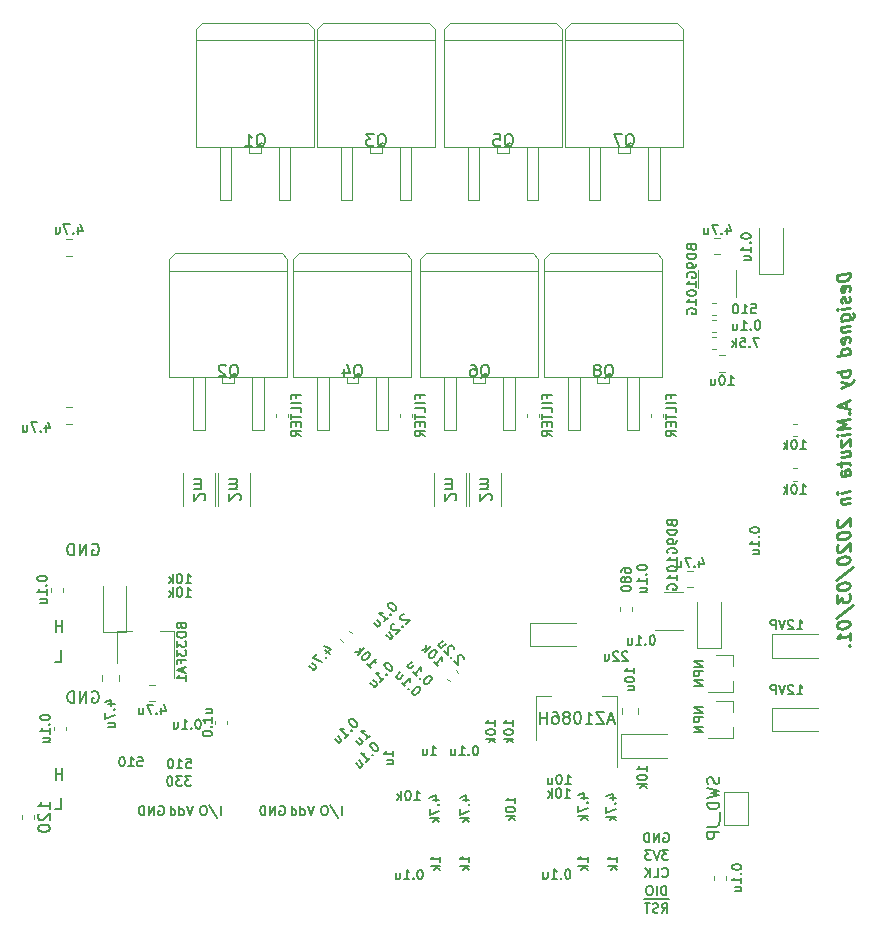
<source format=gbr>
G04 #@! TF.GenerationSoftware,KiCad,Pcbnew,(5.1.4)-1*
G04 #@! TF.CreationDate,2020-03-02T15:01:40+09:00*
G04 #@! TF.ProjectId,CAN_Current_Control_MD,43414e5f-4375-4727-9265-6e745f436f6e,rev?*
G04 #@! TF.SameCoordinates,Original*
G04 #@! TF.FileFunction,Legend,Bot*
G04 #@! TF.FilePolarity,Positive*
%FSLAX46Y46*%
G04 Gerber Fmt 4.6, Leading zero omitted, Abs format (unit mm)*
G04 Created by KiCad (PCBNEW (5.1.4)-1) date 2020-03-02 15:01:40*
%MOMM*%
%LPD*%
G04 APERTURE LIST*
%ADD10C,0.150000*%
%ADD11C,0.275000*%
%ADD12C,0.120000*%
%ADD13C,0.100000*%
G04 APERTURE END LIST*
D10*
X155961904Y-111150000D02*
X156057142Y-111102380D01*
X156200000Y-111102380D01*
X156342857Y-111150000D01*
X156438095Y-111245238D01*
X156485714Y-111340476D01*
X156533333Y-111530952D01*
X156533333Y-111673809D01*
X156485714Y-111864285D01*
X156438095Y-111959523D01*
X156342857Y-112054761D01*
X156200000Y-112102380D01*
X156104761Y-112102380D01*
X155961904Y-112054761D01*
X155914285Y-112007142D01*
X155914285Y-111673809D01*
X156104761Y-111673809D01*
X155485714Y-112102380D02*
X155485714Y-111102380D01*
X154914285Y-112102380D01*
X154914285Y-111102380D01*
X154438095Y-112102380D02*
X154438095Y-111102380D01*
X154200000Y-111102380D01*
X154057142Y-111150000D01*
X153961904Y-111245238D01*
X153914285Y-111340476D01*
X153866666Y-111530952D01*
X153866666Y-111673809D01*
X153914285Y-111864285D01*
X153961904Y-111959523D01*
X154057142Y-112054761D01*
X154200000Y-112102380D01*
X154438095Y-112102380D01*
X155961904Y-123650000D02*
X156057142Y-123602380D01*
X156200000Y-123602380D01*
X156342857Y-123650000D01*
X156438095Y-123745238D01*
X156485714Y-123840476D01*
X156533333Y-124030952D01*
X156533333Y-124173809D01*
X156485714Y-124364285D01*
X156438095Y-124459523D01*
X156342857Y-124554761D01*
X156200000Y-124602380D01*
X156104761Y-124602380D01*
X155961904Y-124554761D01*
X155914285Y-124507142D01*
X155914285Y-124173809D01*
X156104761Y-124173809D01*
X155485714Y-124602380D02*
X155485714Y-123602380D01*
X154914285Y-124602380D01*
X154914285Y-123602380D01*
X154438095Y-124602380D02*
X154438095Y-123602380D01*
X154200000Y-123602380D01*
X154057142Y-123650000D01*
X153961904Y-123745238D01*
X153914285Y-123840476D01*
X153866666Y-124030952D01*
X153866666Y-124173809D01*
X153914285Y-124364285D01*
X153961904Y-124459523D01*
X154057142Y-124554761D01*
X154200000Y-124602380D01*
X154438095Y-124602380D01*
X152840476Y-121102380D02*
X153316666Y-121102380D01*
X153316666Y-120102380D01*
X153435714Y-118602380D02*
X153435714Y-117602380D01*
X153435714Y-118078571D02*
X152864285Y-118078571D01*
X152864285Y-118602380D02*
X152864285Y-117602380D01*
X153435714Y-131102380D02*
X153435714Y-130102380D01*
X153435714Y-130578571D02*
X152864285Y-130578571D01*
X152864285Y-131102380D02*
X152864285Y-130102380D01*
X152840476Y-133602380D02*
X153316666Y-133602380D01*
X153316666Y-132602380D01*
X204835714Y-141229000D02*
X204035714Y-141229000D01*
X204188095Y-142361904D02*
X204454761Y-141980952D01*
X204645238Y-142361904D02*
X204645238Y-141561904D01*
X204340476Y-141561904D01*
X204264285Y-141600000D01*
X204226190Y-141638095D01*
X204188095Y-141714285D01*
X204188095Y-141828571D01*
X204226190Y-141904761D01*
X204264285Y-141942857D01*
X204340476Y-141980952D01*
X204645238Y-141980952D01*
X204035714Y-141229000D02*
X203273809Y-141229000D01*
X203883333Y-142323809D02*
X203769047Y-142361904D01*
X203578571Y-142361904D01*
X203502380Y-142323809D01*
X203464285Y-142285714D01*
X203426190Y-142209523D01*
X203426190Y-142133333D01*
X203464285Y-142057142D01*
X203502380Y-142019047D01*
X203578571Y-141980952D01*
X203730952Y-141942857D01*
X203807142Y-141904761D01*
X203845238Y-141866666D01*
X203883333Y-141790476D01*
X203883333Y-141714285D01*
X203845238Y-141638095D01*
X203807142Y-141600000D01*
X203730952Y-141561904D01*
X203540476Y-141561904D01*
X203426190Y-141600000D01*
X203273809Y-141229000D02*
X202664285Y-141229000D01*
X203197619Y-141561904D02*
X202740476Y-141561904D01*
X202969047Y-142361904D02*
X202969047Y-141561904D01*
X204569047Y-140861904D02*
X204569047Y-140061904D01*
X204378571Y-140061904D01*
X204264285Y-140100000D01*
X204188095Y-140176190D01*
X204150000Y-140252380D01*
X204111904Y-140404761D01*
X204111904Y-140519047D01*
X204150000Y-140671428D01*
X204188095Y-140747619D01*
X204264285Y-140823809D01*
X204378571Y-140861904D01*
X204569047Y-140861904D01*
X203769047Y-140861904D02*
X203769047Y-140061904D01*
X203235714Y-140061904D02*
X203083333Y-140061904D01*
X203007142Y-140100000D01*
X202930952Y-140176190D01*
X202892857Y-140328571D01*
X202892857Y-140595238D01*
X202930952Y-140747619D01*
X203007142Y-140823809D01*
X203083333Y-140861904D01*
X203235714Y-140861904D01*
X203311904Y-140823809D01*
X203388095Y-140747619D01*
X203426190Y-140595238D01*
X203426190Y-140328571D01*
X203388095Y-140176190D01*
X203311904Y-140100000D01*
X203235714Y-140061904D01*
X204226190Y-139285714D02*
X204264285Y-139323809D01*
X204378571Y-139361904D01*
X204454761Y-139361904D01*
X204569047Y-139323809D01*
X204645238Y-139247619D01*
X204683333Y-139171428D01*
X204721428Y-139019047D01*
X204721428Y-138904761D01*
X204683333Y-138752380D01*
X204645238Y-138676190D01*
X204569047Y-138600000D01*
X204454761Y-138561904D01*
X204378571Y-138561904D01*
X204264285Y-138600000D01*
X204226190Y-138638095D01*
X203502380Y-139361904D02*
X203883333Y-139361904D01*
X203883333Y-138561904D01*
X203235714Y-139361904D02*
X203235714Y-138561904D01*
X202778571Y-139361904D02*
X203121428Y-138904761D01*
X202778571Y-138561904D02*
X203235714Y-139019047D01*
X204740476Y-137061904D02*
X204245238Y-137061904D01*
X204511904Y-137366666D01*
X204397619Y-137366666D01*
X204321428Y-137404761D01*
X204283333Y-137442857D01*
X204245238Y-137519047D01*
X204245238Y-137709523D01*
X204283333Y-137785714D01*
X204321428Y-137823809D01*
X204397619Y-137861904D01*
X204626190Y-137861904D01*
X204702380Y-137823809D01*
X204740476Y-137785714D01*
X204016666Y-137061904D02*
X203750000Y-137861904D01*
X203483333Y-137061904D01*
X203292857Y-137061904D02*
X202797619Y-137061904D01*
X203064285Y-137366666D01*
X202950000Y-137366666D01*
X202873809Y-137404761D01*
X202835714Y-137442857D01*
X202797619Y-137519047D01*
X202797619Y-137709523D01*
X202835714Y-137785714D01*
X202873809Y-137823809D01*
X202950000Y-137861904D01*
X203178571Y-137861904D01*
X203254761Y-137823809D01*
X203292857Y-137785714D01*
X204359523Y-135600000D02*
X204435714Y-135561904D01*
X204550000Y-135561904D01*
X204664285Y-135600000D01*
X204740476Y-135676190D01*
X204778571Y-135752380D01*
X204816666Y-135904761D01*
X204816666Y-136019047D01*
X204778571Y-136171428D01*
X204740476Y-136247619D01*
X204664285Y-136323809D01*
X204550000Y-136361904D01*
X204473809Y-136361904D01*
X204359523Y-136323809D01*
X204321428Y-136285714D01*
X204321428Y-136019047D01*
X204473809Y-136019047D01*
X203978571Y-136361904D02*
X203978571Y-135561904D01*
X203521428Y-136361904D01*
X203521428Y-135561904D01*
X203140476Y-136361904D02*
X203140476Y-135561904D01*
X202950000Y-135561904D01*
X202835714Y-135600000D01*
X202759523Y-135676190D01*
X202721428Y-135752380D01*
X202683333Y-135904761D01*
X202683333Y-136019047D01*
X202721428Y-136171428D01*
X202759523Y-136247619D01*
X202835714Y-136323809D01*
X202950000Y-136361904D01*
X203140476Y-136361904D01*
X215645238Y-118361904D02*
X216102380Y-118361904D01*
X215873809Y-118361904D02*
X215873809Y-117561904D01*
X215950000Y-117676190D01*
X216026190Y-117752380D01*
X216102380Y-117790476D01*
X215340476Y-117638095D02*
X215302380Y-117600000D01*
X215226190Y-117561904D01*
X215035714Y-117561904D01*
X214959523Y-117600000D01*
X214921428Y-117638095D01*
X214883333Y-117714285D01*
X214883333Y-117790476D01*
X214921428Y-117904761D01*
X215378571Y-118361904D01*
X214883333Y-118361904D01*
X214654761Y-117561904D02*
X214388095Y-118361904D01*
X214121428Y-117561904D01*
X213854761Y-118361904D02*
X213854761Y-117561904D01*
X213550000Y-117561904D01*
X213473809Y-117600000D01*
X213435714Y-117638095D01*
X213397619Y-117714285D01*
X213397619Y-117828571D01*
X213435714Y-117904761D01*
X213473809Y-117942857D01*
X213550000Y-117980952D01*
X213854761Y-117980952D01*
X215645238Y-123861904D02*
X216102380Y-123861904D01*
X215873809Y-123861904D02*
X215873809Y-123061904D01*
X215950000Y-123176190D01*
X216026190Y-123252380D01*
X216102380Y-123290476D01*
X215340476Y-123138095D02*
X215302380Y-123100000D01*
X215226190Y-123061904D01*
X215035714Y-123061904D01*
X214959523Y-123100000D01*
X214921428Y-123138095D01*
X214883333Y-123214285D01*
X214883333Y-123290476D01*
X214921428Y-123404761D01*
X215378571Y-123861904D01*
X214883333Y-123861904D01*
X214654761Y-123061904D02*
X214388095Y-123861904D01*
X214121428Y-123061904D01*
X213854761Y-123861904D02*
X213854761Y-123061904D01*
X213550000Y-123061904D01*
X213473809Y-123100000D01*
X213435714Y-123138095D01*
X213397619Y-123214285D01*
X213397619Y-123328571D01*
X213435714Y-123404761D01*
X213473809Y-123442857D01*
X213550000Y-123480952D01*
X213854761Y-123480952D01*
X166838095Y-134111904D02*
X166838095Y-133311904D01*
X165885714Y-133273809D02*
X166571428Y-134302380D01*
X165466666Y-133311904D02*
X165314285Y-133311904D01*
X165238095Y-133350000D01*
X165161904Y-133426190D01*
X165123809Y-133578571D01*
X165123809Y-133845238D01*
X165161904Y-133997619D01*
X165238095Y-134073809D01*
X165314285Y-134111904D01*
X165466666Y-134111904D01*
X165542857Y-134073809D01*
X165619047Y-133997619D01*
X165657142Y-133845238D01*
X165657142Y-133578571D01*
X165619047Y-133426190D01*
X165542857Y-133350000D01*
X165466666Y-133311904D01*
X161609523Y-133350000D02*
X161685714Y-133311904D01*
X161800000Y-133311904D01*
X161914285Y-133350000D01*
X161990476Y-133426190D01*
X162028571Y-133502380D01*
X162066666Y-133654761D01*
X162066666Y-133769047D01*
X162028571Y-133921428D01*
X161990476Y-133997619D01*
X161914285Y-134073809D01*
X161800000Y-134111904D01*
X161723809Y-134111904D01*
X161609523Y-134073809D01*
X161571428Y-134035714D01*
X161571428Y-133769047D01*
X161723809Y-133769047D01*
X161228571Y-134111904D02*
X161228571Y-133311904D01*
X160771428Y-134111904D01*
X160771428Y-133311904D01*
X160390476Y-134111904D02*
X160390476Y-133311904D01*
X160200000Y-133311904D01*
X160085714Y-133350000D01*
X160009523Y-133426190D01*
X159971428Y-133502380D01*
X159933333Y-133654761D01*
X159933333Y-133769047D01*
X159971428Y-133921428D01*
X160009523Y-133997619D01*
X160085714Y-134073809D01*
X160200000Y-134111904D01*
X160390476Y-134111904D01*
X164490476Y-133311904D02*
X164223809Y-134111904D01*
X163957142Y-133311904D01*
X163347619Y-134111904D02*
X163347619Y-133311904D01*
X163347619Y-134073809D02*
X163423809Y-134111904D01*
X163576190Y-134111904D01*
X163652380Y-134073809D01*
X163690476Y-134035714D01*
X163728571Y-133959523D01*
X163728571Y-133730952D01*
X163690476Y-133654761D01*
X163652380Y-133616666D01*
X163576190Y-133578571D01*
X163423809Y-133578571D01*
X163347619Y-133616666D01*
X162623809Y-134111904D02*
X162623809Y-133311904D01*
X162623809Y-134073809D02*
X162700000Y-134111904D01*
X162852380Y-134111904D01*
X162928571Y-134073809D01*
X162966666Y-134035714D01*
X163004761Y-133959523D01*
X163004761Y-133730952D01*
X162966666Y-133654761D01*
X162928571Y-133616666D01*
X162852380Y-133578571D01*
X162700000Y-133578571D01*
X162623809Y-133616666D01*
X171859523Y-133350000D02*
X171935714Y-133311904D01*
X172050000Y-133311904D01*
X172164285Y-133350000D01*
X172240476Y-133426190D01*
X172278571Y-133502380D01*
X172316666Y-133654761D01*
X172316666Y-133769047D01*
X172278571Y-133921428D01*
X172240476Y-133997619D01*
X172164285Y-134073809D01*
X172050000Y-134111904D01*
X171973809Y-134111904D01*
X171859523Y-134073809D01*
X171821428Y-134035714D01*
X171821428Y-133769047D01*
X171973809Y-133769047D01*
X171478571Y-134111904D02*
X171478571Y-133311904D01*
X171021428Y-134111904D01*
X171021428Y-133311904D01*
X170640476Y-134111904D02*
X170640476Y-133311904D01*
X170450000Y-133311904D01*
X170335714Y-133350000D01*
X170259523Y-133426190D01*
X170221428Y-133502380D01*
X170183333Y-133654761D01*
X170183333Y-133769047D01*
X170221428Y-133921428D01*
X170259523Y-133997619D01*
X170335714Y-134073809D01*
X170450000Y-134111904D01*
X170640476Y-134111904D01*
X174740476Y-133311904D02*
X174473809Y-134111904D01*
X174207142Y-133311904D01*
X173597619Y-134111904D02*
X173597619Y-133311904D01*
X173597619Y-134073809D02*
X173673809Y-134111904D01*
X173826190Y-134111904D01*
X173902380Y-134073809D01*
X173940476Y-134035714D01*
X173978571Y-133959523D01*
X173978571Y-133730952D01*
X173940476Y-133654761D01*
X173902380Y-133616666D01*
X173826190Y-133578571D01*
X173673809Y-133578571D01*
X173597619Y-133616666D01*
X172873809Y-134111904D02*
X172873809Y-133311904D01*
X172873809Y-134073809D02*
X172950000Y-134111904D01*
X173102380Y-134111904D01*
X173178571Y-134073809D01*
X173216666Y-134035714D01*
X173254761Y-133959523D01*
X173254761Y-133730952D01*
X173216666Y-133654761D01*
X173178571Y-133616666D01*
X173102380Y-133578571D01*
X172950000Y-133578571D01*
X172873809Y-133616666D01*
X177088095Y-134111904D02*
X177088095Y-133311904D01*
X176135714Y-133273809D02*
X176821428Y-134302380D01*
X175716666Y-133311904D02*
X175564285Y-133311904D01*
X175488095Y-133350000D01*
X175411904Y-133426190D01*
X175373809Y-133578571D01*
X175373809Y-133845238D01*
X175411904Y-133997619D01*
X175488095Y-134073809D01*
X175564285Y-134111904D01*
X175716666Y-134111904D01*
X175792857Y-134073809D01*
X175869047Y-133997619D01*
X175907142Y-133845238D01*
X175907142Y-133578571D01*
X175869047Y-133426190D01*
X175792857Y-133350000D01*
X175716666Y-133311904D01*
D11*
X220107619Y-88197202D02*
X219007619Y-88334702D01*
X219007619Y-88596607D01*
X219060000Y-88747202D01*
X219164761Y-88838869D01*
X219269523Y-88878154D01*
X219479047Y-88904345D01*
X219636190Y-88884702D01*
X219845714Y-88806130D01*
X219950476Y-88740654D01*
X220055238Y-88622797D01*
X220107619Y-88459107D01*
X220107619Y-88197202D01*
X220055238Y-89722797D02*
X220107619Y-89611488D01*
X220107619Y-89401964D01*
X220055238Y-89303750D01*
X219950476Y-89264464D01*
X219531428Y-89316845D01*
X219426666Y-89382321D01*
X219374285Y-89493630D01*
X219374285Y-89703154D01*
X219426666Y-89801369D01*
X219531428Y-89840654D01*
X219636190Y-89827559D01*
X219740952Y-89290654D01*
X220055238Y-90194226D02*
X220107619Y-90292440D01*
X220107619Y-90501964D01*
X220055238Y-90613273D01*
X219950476Y-90678750D01*
X219898095Y-90685297D01*
X219793333Y-90646011D01*
X219740952Y-90547797D01*
X219740952Y-90390654D01*
X219688571Y-90292440D01*
X219583809Y-90253154D01*
X219531428Y-90259702D01*
X219426666Y-90325178D01*
X219374285Y-90436488D01*
X219374285Y-90593630D01*
X219426666Y-90691845D01*
X220107619Y-91130535D02*
X219374285Y-91222202D01*
X219007619Y-91268035D02*
X219060000Y-91209107D01*
X219112380Y-91254940D01*
X219060000Y-91313869D01*
X219007619Y-91268035D01*
X219112380Y-91254940D01*
X219374285Y-92217440D02*
X220264761Y-92106130D01*
X220369523Y-92040654D01*
X220421904Y-91981726D01*
X220474285Y-91870416D01*
X220474285Y-91713273D01*
X220421904Y-91615059D01*
X220055238Y-92132321D02*
X220107619Y-92021011D01*
X220107619Y-91811488D01*
X220055238Y-91713273D01*
X220002857Y-91667440D01*
X219898095Y-91628154D01*
X219583809Y-91667440D01*
X219479047Y-91732916D01*
X219426666Y-91791845D01*
X219374285Y-91903154D01*
X219374285Y-92112678D01*
X219426666Y-92210892D01*
X219374285Y-92741250D02*
X220107619Y-92649583D01*
X219479047Y-92728154D02*
X219426666Y-92787083D01*
X219374285Y-92898392D01*
X219374285Y-93055535D01*
X219426666Y-93153750D01*
X219531428Y-93193035D01*
X220107619Y-93121011D01*
X220055238Y-94070416D02*
X220107619Y-93959107D01*
X220107619Y-93749583D01*
X220055238Y-93651369D01*
X219950476Y-93612083D01*
X219531428Y-93664464D01*
X219426666Y-93729940D01*
X219374285Y-93841250D01*
X219374285Y-94050773D01*
X219426666Y-94148988D01*
X219531428Y-94188273D01*
X219636190Y-94175178D01*
X219740952Y-93638273D01*
X220107619Y-95059107D02*
X219007619Y-95196607D01*
X220055238Y-95065654D02*
X220107619Y-94954345D01*
X220107619Y-94744821D01*
X220055238Y-94646607D01*
X220002857Y-94600773D01*
X219898095Y-94561488D01*
X219583809Y-94600773D01*
X219479047Y-94666250D01*
X219426666Y-94725178D01*
X219374285Y-94836488D01*
X219374285Y-95046011D01*
X219426666Y-95144226D01*
X220107619Y-96421011D02*
X219007619Y-96558511D01*
X219426666Y-96506130D02*
X219374285Y-96617440D01*
X219374285Y-96826964D01*
X219426666Y-96925178D01*
X219479047Y-96971011D01*
X219583809Y-97010297D01*
X219898095Y-96971011D01*
X220002857Y-96905535D01*
X220055238Y-96846607D01*
X220107619Y-96735297D01*
X220107619Y-96525773D01*
X220055238Y-96427559D01*
X219374285Y-97403154D02*
X220107619Y-97573392D01*
X219374285Y-97926964D02*
X220107619Y-97573392D01*
X220369523Y-97435892D01*
X220421904Y-97376964D01*
X220474285Y-97265654D01*
X219793333Y-99079345D02*
X219793333Y-99603154D01*
X220107619Y-98935297D02*
X219007619Y-99439464D01*
X220107619Y-99668630D01*
X220002857Y-100048392D02*
X220055238Y-100094226D01*
X220107619Y-100035297D01*
X220055238Y-99989464D01*
X220002857Y-100048392D01*
X220107619Y-100035297D01*
X220107619Y-100559107D02*
X219007619Y-100696607D01*
X219793333Y-100965059D01*
X219007619Y-101429940D01*
X220107619Y-101292440D01*
X220107619Y-101816250D02*
X219374285Y-101907916D01*
X219007619Y-101953750D02*
X219060000Y-101894821D01*
X219112380Y-101940654D01*
X219060000Y-101999583D01*
X219007619Y-101953750D01*
X219112380Y-101940654D01*
X219374285Y-102326964D02*
X219374285Y-102903154D01*
X220107619Y-102235297D01*
X220107619Y-102811488D01*
X219374285Y-103793630D02*
X220107619Y-103701964D01*
X219374285Y-103322202D02*
X219950476Y-103250178D01*
X220055238Y-103289464D01*
X220107619Y-103387678D01*
X220107619Y-103544821D01*
X220055238Y-103656130D01*
X220002857Y-103715059D01*
X219374285Y-104160297D02*
X219374285Y-104579345D01*
X219007619Y-104363273D02*
X219950476Y-104245416D01*
X220055238Y-104284702D01*
X220107619Y-104382916D01*
X220107619Y-104487678D01*
X220107619Y-105325773D02*
X219531428Y-105397797D01*
X219426666Y-105358511D01*
X219374285Y-105260297D01*
X219374285Y-105050773D01*
X219426666Y-104939464D01*
X220055238Y-105332321D02*
X220107619Y-105221011D01*
X220107619Y-104959107D01*
X220055238Y-104860892D01*
X219950476Y-104821607D01*
X219845714Y-104834702D01*
X219740952Y-104900178D01*
X219688571Y-105011488D01*
X219688571Y-105273392D01*
X219636190Y-105384702D01*
X220107619Y-106687678D02*
X219374285Y-106779345D01*
X219007619Y-106825178D02*
X219060000Y-106766250D01*
X219112380Y-106812083D01*
X219060000Y-106871011D01*
X219007619Y-106825178D01*
X219112380Y-106812083D01*
X219374285Y-107303154D02*
X220107619Y-107211488D01*
X219479047Y-107290059D02*
X219426666Y-107348988D01*
X219374285Y-107460297D01*
X219374285Y-107617440D01*
X219426666Y-107715654D01*
X219531428Y-107754940D01*
X220107619Y-107682916D01*
X219112380Y-109116845D02*
X219060000Y-109175773D01*
X219007619Y-109287083D01*
X219007619Y-109548988D01*
X219060000Y-109647202D01*
X219112380Y-109693035D01*
X219217142Y-109732321D01*
X219321904Y-109719226D01*
X219479047Y-109647202D01*
X220107619Y-108940059D01*
X220107619Y-109621011D01*
X219007619Y-110439464D02*
X219007619Y-110544226D01*
X219060000Y-110642440D01*
X219112380Y-110688273D01*
X219217142Y-110727559D01*
X219426666Y-110753750D01*
X219688571Y-110721011D01*
X219898095Y-110642440D01*
X220002857Y-110576964D01*
X220055238Y-110518035D01*
X220107619Y-110406726D01*
X220107619Y-110301964D01*
X220055238Y-110203750D01*
X220002857Y-110157916D01*
X219898095Y-110118630D01*
X219688571Y-110092440D01*
X219426666Y-110125178D01*
X219217142Y-110203750D01*
X219112380Y-110269226D01*
X219060000Y-110328154D01*
X219007619Y-110439464D01*
X219112380Y-111212083D02*
X219060000Y-111271011D01*
X219007619Y-111382321D01*
X219007619Y-111644226D01*
X219060000Y-111742440D01*
X219112380Y-111788273D01*
X219217142Y-111827559D01*
X219321904Y-111814464D01*
X219479047Y-111742440D01*
X220107619Y-111035297D01*
X220107619Y-111716250D01*
X219007619Y-112534702D02*
X219007619Y-112639464D01*
X219060000Y-112737678D01*
X219112380Y-112783511D01*
X219217142Y-112822797D01*
X219426666Y-112848988D01*
X219688571Y-112816250D01*
X219898095Y-112737678D01*
X220002857Y-112672202D01*
X220055238Y-112613273D01*
X220107619Y-112501964D01*
X220107619Y-112397202D01*
X220055238Y-112298988D01*
X220002857Y-112253154D01*
X219898095Y-112213869D01*
X219688571Y-112187678D01*
X219426666Y-112220416D01*
X219217142Y-112298988D01*
X219112380Y-112364464D01*
X219060000Y-112423392D01*
X219007619Y-112534702D01*
X218955238Y-114165059D02*
X220369523Y-113045416D01*
X219007619Y-114734702D02*
X219007619Y-114839464D01*
X219060000Y-114937678D01*
X219112380Y-114983511D01*
X219217142Y-115022797D01*
X219426666Y-115048988D01*
X219688571Y-115016250D01*
X219898095Y-114937678D01*
X220002857Y-114872202D01*
X220055238Y-114813273D01*
X220107619Y-114701964D01*
X220107619Y-114597202D01*
X220055238Y-114498988D01*
X220002857Y-114453154D01*
X219898095Y-114413869D01*
X219688571Y-114387678D01*
X219426666Y-114420416D01*
X219217142Y-114498988D01*
X219112380Y-114564464D01*
X219060000Y-114623392D01*
X219007619Y-114734702D01*
X219007619Y-115468035D02*
X219007619Y-116148988D01*
X219426666Y-115729940D01*
X219426666Y-115887083D01*
X219479047Y-115985297D01*
X219531428Y-116031130D01*
X219636190Y-116070416D01*
X219898095Y-116037678D01*
X220002857Y-115972202D01*
X220055238Y-115913273D01*
X220107619Y-115801964D01*
X220107619Y-115487678D01*
X220055238Y-115389464D01*
X220002857Y-115343630D01*
X218955238Y-117412678D02*
X220369523Y-116293035D01*
X219007619Y-117982321D02*
X219007619Y-118087083D01*
X219060000Y-118185297D01*
X219112380Y-118231130D01*
X219217142Y-118270416D01*
X219426666Y-118296607D01*
X219688571Y-118263869D01*
X219898095Y-118185297D01*
X220002857Y-118119821D01*
X220055238Y-118060892D01*
X220107619Y-117949583D01*
X220107619Y-117844821D01*
X220055238Y-117746607D01*
X220002857Y-117700773D01*
X219898095Y-117661488D01*
X219688571Y-117635297D01*
X219426666Y-117668035D01*
X219217142Y-117746607D01*
X219112380Y-117812083D01*
X219060000Y-117871011D01*
X219007619Y-117982321D01*
X220107619Y-119259107D02*
X220107619Y-118630535D01*
X220107619Y-118944821D02*
X219007619Y-119082321D01*
X219164761Y-118957916D01*
X219269523Y-118840059D01*
X219321904Y-118728750D01*
X220002857Y-119743630D02*
X220055238Y-119789464D01*
X220107619Y-119730535D01*
X220055238Y-119684702D01*
X220002857Y-119743630D01*
X220107619Y-119730535D01*
D12*
X215612779Y-102010000D02*
X215287221Y-102010000D01*
X215612779Y-100990000D02*
X215287221Y-100990000D01*
X158210000Y-122241422D02*
X158210000Y-122758578D01*
X156790000Y-122241422D02*
X156790000Y-122758578D01*
X161308578Y-123040000D02*
X160791422Y-123040000D01*
X161308578Y-124460000D02*
X160791422Y-124460000D01*
X167410000Y-126412779D02*
X167410000Y-126087221D01*
X166390000Y-126412779D02*
X166390000Y-126087221D01*
X153760000Y-126587221D02*
X153760000Y-126912779D01*
X152740000Y-126587221D02*
X152740000Y-126912779D01*
X152490000Y-114837221D02*
X152490000Y-115162779D01*
X153510000Y-114837221D02*
X153510000Y-115162779D01*
X206341422Y-114810000D02*
X206858578Y-114810000D01*
X206341422Y-113390000D02*
X206858578Y-113390000D01*
X200790000Y-125508578D02*
X200790000Y-124991422D01*
X202210000Y-125508578D02*
X202210000Y-124991422D01*
X208437221Y-93160000D02*
X208762779Y-93160000D01*
X208437221Y-92140000D02*
X208762779Y-92140000D01*
X208641422Y-86610000D02*
X209158578Y-86610000D01*
X208641422Y-85190000D02*
X209158578Y-85190000D01*
X209558578Y-95140000D02*
X209041422Y-95140000D01*
X209558578Y-96560000D02*
X209041422Y-96560000D01*
X158850000Y-118550000D02*
X158850000Y-114650000D01*
X156850000Y-118550000D02*
X156850000Y-114650000D01*
X158850000Y-118550000D02*
X156850000Y-118550000D01*
X193050000Y-119800000D02*
X193050000Y-117800000D01*
X193050000Y-117800000D02*
X196950000Y-117800000D01*
X193050000Y-119800000D02*
X196950000Y-119800000D01*
X209200000Y-119950000D02*
X207200000Y-119950000D01*
X207200000Y-119950000D02*
X207200000Y-116050000D01*
X209200000Y-119950000D02*
X209200000Y-116050000D01*
X200700000Y-129250000D02*
X204600000Y-129250000D01*
X200700000Y-127250000D02*
X204600000Y-127250000D01*
X200700000Y-129250000D02*
X200700000Y-127250000D01*
X214450000Y-88250000D02*
X212450000Y-88250000D01*
X212450000Y-88250000D02*
X212450000Y-84350000D01*
X214450000Y-88250000D02*
X214450000Y-84350000D01*
X209500000Y-134900000D02*
X211500000Y-134900000D01*
X209500000Y-132100000D02*
X209500000Y-134900000D01*
X211500000Y-132100000D02*
X209500000Y-132100000D01*
X211500000Y-134900000D02*
X211500000Y-132100000D01*
D13*
X170250000Y-77500000D02*
X170250000Y-78000000D01*
X170250000Y-78000000D02*
X169250000Y-78000000D01*
X169250000Y-78000000D02*
X169250000Y-77500000D01*
X167750000Y-77500000D02*
X167750000Y-82000000D01*
X167750000Y-82000000D02*
X166750000Y-82000000D01*
X166750000Y-82000000D02*
X166750000Y-77500000D01*
X172750000Y-77500000D02*
X172750000Y-82000000D01*
X172750000Y-82000000D02*
X171750000Y-82000000D01*
X171750000Y-82000000D02*
X171750000Y-77500000D01*
X165250000Y-67000000D02*
X174250000Y-67000000D01*
X174250000Y-67000000D02*
X174750000Y-67500000D01*
X164750000Y-67500000D02*
X165250000Y-67000000D01*
X164750000Y-68500000D02*
X164750000Y-67500000D01*
X174750000Y-68500000D02*
X174750000Y-67500000D01*
X174750000Y-68500000D02*
X174750000Y-77500000D01*
X164750000Y-68500000D02*
X174750000Y-68500000D01*
X164750000Y-77500000D02*
X164750000Y-68500000D01*
X164750000Y-77500000D02*
X174750000Y-77500000D01*
X162500000Y-97000000D02*
X172500000Y-97000000D01*
X162500000Y-97000000D02*
X162500000Y-88000000D01*
X162500000Y-88000000D02*
X172500000Y-88000000D01*
X172500000Y-88000000D02*
X172500000Y-97000000D01*
X172500000Y-88000000D02*
X172500000Y-87000000D01*
X162500000Y-88000000D02*
X162500000Y-87000000D01*
X162500000Y-87000000D02*
X163000000Y-86500000D01*
X172000000Y-86500000D02*
X172500000Y-87000000D01*
X163000000Y-86500000D02*
X172000000Y-86500000D01*
X169500000Y-101500000D02*
X169500000Y-97000000D01*
X170500000Y-101500000D02*
X169500000Y-101500000D01*
X170500000Y-97000000D02*
X170500000Y-101500000D01*
X164500000Y-101500000D02*
X164500000Y-97000000D01*
X165500000Y-101500000D02*
X164500000Y-101500000D01*
X165500000Y-97000000D02*
X165500000Y-101500000D01*
X167000000Y-97500000D02*
X167000000Y-97000000D01*
X168000000Y-97500000D02*
X167000000Y-97500000D01*
X168000000Y-97000000D02*
X168000000Y-97500000D01*
X180500000Y-77500000D02*
X180500000Y-78000000D01*
X180500000Y-78000000D02*
X179500000Y-78000000D01*
X179500000Y-78000000D02*
X179500000Y-77500000D01*
X178000000Y-77500000D02*
X178000000Y-82000000D01*
X178000000Y-82000000D02*
X177000000Y-82000000D01*
X177000000Y-82000000D02*
X177000000Y-77500000D01*
X183000000Y-77500000D02*
X183000000Y-82000000D01*
X183000000Y-82000000D02*
X182000000Y-82000000D01*
X182000000Y-82000000D02*
X182000000Y-77500000D01*
X175500000Y-67000000D02*
X184500000Y-67000000D01*
X184500000Y-67000000D02*
X185000000Y-67500000D01*
X175000000Y-67500000D02*
X175500000Y-67000000D01*
X175000000Y-68500000D02*
X175000000Y-67500000D01*
X185000000Y-68500000D02*
X185000000Y-67500000D01*
X185000000Y-68500000D02*
X185000000Y-77500000D01*
X175000000Y-68500000D02*
X185000000Y-68500000D01*
X175000000Y-77500000D02*
X175000000Y-68500000D01*
X175000000Y-77500000D02*
X185000000Y-77500000D01*
X178500000Y-97000000D02*
X178500000Y-97500000D01*
X178500000Y-97500000D02*
X177500000Y-97500000D01*
X177500000Y-97500000D02*
X177500000Y-97000000D01*
X176000000Y-97000000D02*
X176000000Y-101500000D01*
X176000000Y-101500000D02*
X175000000Y-101500000D01*
X175000000Y-101500000D02*
X175000000Y-97000000D01*
X181000000Y-97000000D02*
X181000000Y-101500000D01*
X181000000Y-101500000D02*
X180000000Y-101500000D01*
X180000000Y-101500000D02*
X180000000Y-97000000D01*
X173500000Y-86500000D02*
X182500000Y-86500000D01*
X182500000Y-86500000D02*
X183000000Y-87000000D01*
X173000000Y-87000000D02*
X173500000Y-86500000D01*
X173000000Y-88000000D02*
X173000000Y-87000000D01*
X183000000Y-88000000D02*
X183000000Y-87000000D01*
X183000000Y-88000000D02*
X183000000Y-97000000D01*
X173000000Y-88000000D02*
X183000000Y-88000000D01*
X173000000Y-97000000D02*
X173000000Y-88000000D01*
X173000000Y-97000000D02*
X183000000Y-97000000D01*
X185750000Y-77500000D02*
X195750000Y-77500000D01*
X185750000Y-77500000D02*
X185750000Y-68500000D01*
X185750000Y-68500000D02*
X195750000Y-68500000D01*
X195750000Y-68500000D02*
X195750000Y-77500000D01*
X195750000Y-68500000D02*
X195750000Y-67500000D01*
X185750000Y-68500000D02*
X185750000Y-67500000D01*
X185750000Y-67500000D02*
X186250000Y-67000000D01*
X195250000Y-67000000D02*
X195750000Y-67500000D01*
X186250000Y-67000000D02*
X195250000Y-67000000D01*
X192750000Y-82000000D02*
X192750000Y-77500000D01*
X193750000Y-82000000D02*
X192750000Y-82000000D01*
X193750000Y-77500000D02*
X193750000Y-82000000D01*
X187750000Y-82000000D02*
X187750000Y-77500000D01*
X188750000Y-82000000D02*
X187750000Y-82000000D01*
X188750000Y-77500000D02*
X188750000Y-82000000D01*
X190250000Y-78000000D02*
X190250000Y-77500000D01*
X191250000Y-78000000D02*
X190250000Y-78000000D01*
X191250000Y-77500000D02*
X191250000Y-78000000D01*
X189250000Y-97000000D02*
X189250000Y-97500000D01*
X189250000Y-97500000D02*
X188250000Y-97500000D01*
X188250000Y-97500000D02*
X188250000Y-97000000D01*
X186750000Y-97000000D02*
X186750000Y-101500000D01*
X186750000Y-101500000D02*
X185750000Y-101500000D01*
X185750000Y-101500000D02*
X185750000Y-97000000D01*
X191750000Y-97000000D02*
X191750000Y-101500000D01*
X191750000Y-101500000D02*
X190750000Y-101500000D01*
X190750000Y-101500000D02*
X190750000Y-97000000D01*
X184250000Y-86500000D02*
X193250000Y-86500000D01*
X193250000Y-86500000D02*
X193750000Y-87000000D01*
X183750000Y-87000000D02*
X184250000Y-86500000D01*
X183750000Y-88000000D02*
X183750000Y-87000000D01*
X193750000Y-88000000D02*
X193750000Y-87000000D01*
X193750000Y-88000000D02*
X193750000Y-97000000D01*
X183750000Y-88000000D02*
X193750000Y-88000000D01*
X183750000Y-97000000D02*
X183750000Y-88000000D01*
X183750000Y-97000000D02*
X193750000Y-97000000D01*
X196000000Y-77500000D02*
X206000000Y-77500000D01*
X196000000Y-77500000D02*
X196000000Y-68500000D01*
X196000000Y-68500000D02*
X206000000Y-68500000D01*
X206000000Y-68500000D02*
X206000000Y-77500000D01*
X206000000Y-68500000D02*
X206000000Y-67500000D01*
X196000000Y-68500000D02*
X196000000Y-67500000D01*
X196000000Y-67500000D02*
X196500000Y-67000000D01*
X205500000Y-67000000D02*
X206000000Y-67500000D01*
X196500000Y-67000000D02*
X205500000Y-67000000D01*
X203000000Y-82000000D02*
X203000000Y-77500000D01*
X204000000Y-82000000D02*
X203000000Y-82000000D01*
X204000000Y-77500000D02*
X204000000Y-82000000D01*
X198000000Y-82000000D02*
X198000000Y-77500000D01*
X199000000Y-82000000D02*
X198000000Y-82000000D01*
X199000000Y-77500000D02*
X199000000Y-82000000D01*
X200500000Y-78000000D02*
X200500000Y-77500000D01*
X201500000Y-78000000D02*
X200500000Y-78000000D01*
X201500000Y-77500000D02*
X201500000Y-78000000D01*
X194250000Y-97000000D02*
X204250000Y-97000000D01*
X194250000Y-97000000D02*
X194250000Y-88000000D01*
X194250000Y-88000000D02*
X204250000Y-88000000D01*
X204250000Y-88000000D02*
X204250000Y-97000000D01*
X204250000Y-88000000D02*
X204250000Y-87000000D01*
X194250000Y-88000000D02*
X194250000Y-87000000D01*
X194250000Y-87000000D02*
X194750000Y-86500000D01*
X203750000Y-86500000D02*
X204250000Y-87000000D01*
X194750000Y-86500000D02*
X203750000Y-86500000D01*
X201250000Y-101500000D02*
X201250000Y-97000000D01*
X202250000Y-101500000D02*
X201250000Y-101500000D01*
X202250000Y-97000000D02*
X202250000Y-101500000D01*
X196250000Y-101500000D02*
X196250000Y-97000000D01*
X197250000Y-101500000D02*
X196250000Y-101500000D01*
X197250000Y-97000000D02*
X197250000Y-101500000D01*
X198750000Y-97500000D02*
X198750000Y-97000000D01*
X199750000Y-97500000D02*
X198750000Y-97500000D01*
X199750000Y-97000000D02*
X199750000Y-97500000D01*
D12*
X215612779Y-104740000D02*
X215287221Y-104740000D01*
X215612779Y-105760000D02*
X215287221Y-105760000D01*
X177925727Y-118704478D02*
X177695522Y-118474273D01*
X177204478Y-119425727D02*
X176974273Y-119195522D01*
X151010000Y-134087221D02*
X151010000Y-134412779D01*
X149990000Y-134087221D02*
X149990000Y-134412779D01*
X201710000Y-116487221D02*
X201710000Y-116812779D01*
X200690000Y-116487221D02*
X200690000Y-116812779D01*
X186975727Y-122054478D02*
X186745522Y-121824273D01*
X186254478Y-122775727D02*
X186024273Y-122545522D01*
X208762779Y-93590000D02*
X208437221Y-93590000D01*
X208762779Y-94610000D02*
X208437221Y-94610000D01*
X208437221Y-91710000D02*
X208762779Y-91710000D01*
X208437221Y-90690000D02*
X208762779Y-90690000D01*
X171490000Y-100087221D02*
X171490000Y-100412779D01*
X172510000Y-100087221D02*
X172510000Y-100412779D01*
X181990000Y-100087221D02*
X181990000Y-100412779D01*
X183010000Y-100087221D02*
X183010000Y-100412779D01*
X192740000Y-100087221D02*
X192740000Y-100412779D01*
X193760000Y-100087221D02*
X193760000Y-100412779D01*
X204260000Y-100087221D02*
X204260000Y-100412779D01*
X203240000Y-100087221D02*
X203240000Y-100412779D01*
X159300000Y-118470000D02*
X158100000Y-118470000D01*
X158100000Y-118470000D02*
X158100000Y-121170000D01*
X162900000Y-122470000D02*
X162900000Y-118470000D01*
X162900000Y-118470000D02*
X161700000Y-118470000D01*
X193540000Y-123990000D02*
X194800000Y-123990000D01*
X200360000Y-123990000D02*
X199100000Y-123990000D01*
X193540000Y-127750000D02*
X193540000Y-123990000D01*
X200360000Y-130000000D02*
X200360000Y-123990000D01*
X204350000Y-115200000D02*
X205950000Y-115200000D01*
X205950000Y-118400000D02*
X203650000Y-118400000D01*
X207300000Y-89500000D02*
X207300000Y-87900000D01*
X210500000Y-87900000D02*
X210500000Y-90200000D01*
X154258578Y-99540000D02*
X153741422Y-99540000D01*
X154258578Y-100960000D02*
X153741422Y-100960000D01*
X154258578Y-86710000D02*
X153741422Y-86710000D01*
X154258578Y-85290000D02*
X153741422Y-85290000D01*
X166360000Y-107902064D02*
X166360000Y-105097936D01*
X163640000Y-107902064D02*
X163640000Y-105097936D01*
X184890000Y-107902064D02*
X184890000Y-105097936D01*
X187610000Y-107902064D02*
X187610000Y-105097936D01*
X169360000Y-107902064D02*
X169360000Y-105097936D01*
X166640000Y-107902064D02*
X166640000Y-105097936D01*
X187890000Y-107902064D02*
X187890000Y-105097936D01*
X190610000Y-107902064D02*
X190610000Y-105097936D01*
X208640000Y-139237221D02*
X208640000Y-139562779D01*
X209660000Y-139237221D02*
X209660000Y-139562779D01*
X213500000Y-127000000D02*
X217400000Y-127000000D01*
X213500000Y-125000000D02*
X217400000Y-125000000D01*
X213500000Y-127000000D02*
X213500000Y-125000000D01*
X213500000Y-120750000D02*
X213500000Y-118750000D01*
X213500000Y-118750000D02*
X217400000Y-118750000D01*
X213500000Y-120750000D02*
X217400000Y-120750000D01*
X210260000Y-124420000D02*
X210260000Y-125350000D01*
X210260000Y-127580000D02*
X210260000Y-126650000D01*
X210260000Y-127580000D02*
X208100000Y-127580000D01*
X210260000Y-124420000D02*
X208800000Y-124420000D01*
X210260000Y-120520000D02*
X208800000Y-120520000D01*
X210260000Y-123680000D02*
X208100000Y-123680000D01*
X210260000Y-123680000D02*
X210260000Y-122750000D01*
X210260000Y-120520000D02*
X210260000Y-121450000D01*
D10*
X215926190Y-103111904D02*
X216383333Y-103111904D01*
X216154761Y-103111904D02*
X216154761Y-102311904D01*
X216230952Y-102426190D01*
X216307142Y-102502380D01*
X216383333Y-102540476D01*
X215430952Y-102311904D02*
X215354761Y-102311904D01*
X215278571Y-102350000D01*
X215240476Y-102388095D01*
X215202380Y-102464285D01*
X215164285Y-102616666D01*
X215164285Y-102807142D01*
X215202380Y-102959523D01*
X215240476Y-103035714D01*
X215278571Y-103073809D01*
X215354761Y-103111904D01*
X215430952Y-103111904D01*
X215507142Y-103073809D01*
X215545238Y-103035714D01*
X215583333Y-102959523D01*
X215621428Y-102807142D01*
X215621428Y-102616666D01*
X215583333Y-102464285D01*
X215545238Y-102388095D01*
X215507142Y-102350000D01*
X215430952Y-102311904D01*
X214821428Y-103111904D02*
X214821428Y-102311904D01*
X214745238Y-102807142D02*
X214516666Y-103111904D01*
X214516666Y-102578571D02*
X214821428Y-102883333D01*
X197911904Y-138054761D02*
X197911904Y-137597619D01*
X197911904Y-137826190D02*
X197111904Y-137826190D01*
X197226190Y-137750000D01*
X197302380Y-137673809D01*
X197340476Y-137597619D01*
X197911904Y-138397619D02*
X197111904Y-138397619D01*
X197607142Y-138473809D02*
X197911904Y-138702380D01*
X197378571Y-138702380D02*
X197683333Y-138397619D01*
X157328571Y-124719047D02*
X157861904Y-124719047D01*
X157023809Y-124528571D02*
X157595238Y-124338095D01*
X157595238Y-124833333D01*
X157785714Y-125138095D02*
X157823809Y-125176190D01*
X157861904Y-125138095D01*
X157823809Y-125100000D01*
X157785714Y-125138095D01*
X157861904Y-125138095D01*
X157061904Y-125442857D02*
X157061904Y-125976190D01*
X157861904Y-125633333D01*
X157328571Y-126623809D02*
X157861904Y-126623809D01*
X157328571Y-126280952D02*
X157747619Y-126280952D01*
X157823809Y-126319047D01*
X157861904Y-126395238D01*
X157861904Y-126509523D01*
X157823809Y-126585714D01*
X157785714Y-126623809D01*
X161830952Y-125028571D02*
X161830952Y-125561904D01*
X162021428Y-124723809D02*
X162211904Y-125295238D01*
X161716666Y-125295238D01*
X161411904Y-125485714D02*
X161373809Y-125523809D01*
X161411904Y-125561904D01*
X161450000Y-125523809D01*
X161411904Y-125485714D01*
X161411904Y-125561904D01*
X161107142Y-124761904D02*
X160573809Y-124761904D01*
X160916666Y-125561904D01*
X159926190Y-125028571D02*
X159926190Y-125561904D01*
X160269047Y-125028571D02*
X160269047Y-125447619D01*
X160230952Y-125523809D01*
X160154761Y-125561904D01*
X160040476Y-125561904D01*
X159964285Y-125523809D01*
X159926190Y-125485714D01*
X165311904Y-127221428D02*
X165311904Y-127145238D01*
X165350000Y-127069047D01*
X165388095Y-127030952D01*
X165464285Y-126992857D01*
X165616666Y-126954761D01*
X165807142Y-126954761D01*
X165959523Y-126992857D01*
X166035714Y-127030952D01*
X166073809Y-127069047D01*
X166111904Y-127145238D01*
X166111904Y-127221428D01*
X166073809Y-127297619D01*
X166035714Y-127335714D01*
X165959523Y-127373809D01*
X165807142Y-127411904D01*
X165616666Y-127411904D01*
X165464285Y-127373809D01*
X165388095Y-127335714D01*
X165350000Y-127297619D01*
X165311904Y-127221428D01*
X166035714Y-126611904D02*
X166073809Y-126573809D01*
X166111904Y-126611904D01*
X166073809Y-126650000D01*
X166035714Y-126611904D01*
X166111904Y-126611904D01*
X166111904Y-125811904D02*
X166111904Y-126269047D01*
X166111904Y-126040476D02*
X165311904Y-126040476D01*
X165426190Y-126116666D01*
X165502380Y-126192857D01*
X165540476Y-126269047D01*
X165578571Y-125126190D02*
X166111904Y-125126190D01*
X165578571Y-125469047D02*
X165997619Y-125469047D01*
X166073809Y-125430952D01*
X166111904Y-125354761D01*
X166111904Y-125240476D01*
X166073809Y-125164285D01*
X166035714Y-125126190D01*
X151561904Y-125778571D02*
X151561904Y-125854761D01*
X151600000Y-125930952D01*
X151638095Y-125969047D01*
X151714285Y-126007142D01*
X151866666Y-126045238D01*
X152057142Y-126045238D01*
X152209523Y-126007142D01*
X152285714Y-125969047D01*
X152323809Y-125930952D01*
X152361904Y-125854761D01*
X152361904Y-125778571D01*
X152323809Y-125702380D01*
X152285714Y-125664285D01*
X152209523Y-125626190D01*
X152057142Y-125588095D01*
X151866666Y-125588095D01*
X151714285Y-125626190D01*
X151638095Y-125664285D01*
X151600000Y-125702380D01*
X151561904Y-125778571D01*
X152285714Y-126388095D02*
X152323809Y-126426190D01*
X152361904Y-126388095D01*
X152323809Y-126350000D01*
X152285714Y-126388095D01*
X152361904Y-126388095D01*
X152361904Y-127188095D02*
X152361904Y-126730952D01*
X152361904Y-126959523D02*
X151561904Y-126959523D01*
X151676190Y-126883333D01*
X151752380Y-126807142D01*
X151790476Y-126730952D01*
X151828571Y-127873809D02*
X152361904Y-127873809D01*
X151828571Y-127530952D02*
X152247619Y-127530952D01*
X152323809Y-127569047D01*
X152361904Y-127645238D01*
X152361904Y-127759523D01*
X152323809Y-127835714D01*
X152285714Y-127873809D01*
X151311904Y-114028571D02*
X151311904Y-114104761D01*
X151350000Y-114180952D01*
X151388095Y-114219047D01*
X151464285Y-114257142D01*
X151616666Y-114295238D01*
X151807142Y-114295238D01*
X151959523Y-114257142D01*
X152035714Y-114219047D01*
X152073809Y-114180952D01*
X152111904Y-114104761D01*
X152111904Y-114028571D01*
X152073809Y-113952380D01*
X152035714Y-113914285D01*
X151959523Y-113876190D01*
X151807142Y-113838095D01*
X151616666Y-113838095D01*
X151464285Y-113876190D01*
X151388095Y-113914285D01*
X151350000Y-113952380D01*
X151311904Y-114028571D01*
X152035714Y-114638095D02*
X152073809Y-114676190D01*
X152111904Y-114638095D01*
X152073809Y-114600000D01*
X152035714Y-114638095D01*
X152111904Y-114638095D01*
X152111904Y-115438095D02*
X152111904Y-114980952D01*
X152111904Y-115209523D02*
X151311904Y-115209523D01*
X151426190Y-115133333D01*
X151502380Y-115057142D01*
X151540476Y-114980952D01*
X151578571Y-116123809D02*
X152111904Y-116123809D01*
X151578571Y-115780952D02*
X151997619Y-115780952D01*
X152073809Y-115819047D01*
X152111904Y-115895238D01*
X152111904Y-116009523D01*
X152073809Y-116085714D01*
X152035714Y-116123809D01*
X207380952Y-112578571D02*
X207380952Y-113111904D01*
X207571428Y-112273809D02*
X207761904Y-112845238D01*
X207266666Y-112845238D01*
X206961904Y-113035714D02*
X206923809Y-113073809D01*
X206961904Y-113111904D01*
X207000000Y-113073809D01*
X206961904Y-113035714D01*
X206961904Y-113111904D01*
X206657142Y-112311904D02*
X206123809Y-112311904D01*
X206466666Y-113111904D01*
X205476190Y-112578571D02*
X205476190Y-113111904D01*
X205819047Y-112578571D02*
X205819047Y-112997619D01*
X205780952Y-113073809D01*
X205704761Y-113111904D01*
X205590476Y-113111904D01*
X205514285Y-113073809D01*
X205476190Y-113035714D01*
X201861904Y-122085714D02*
X201861904Y-121628571D01*
X201861904Y-121857142D02*
X201061904Y-121857142D01*
X201176190Y-121780952D01*
X201252380Y-121704761D01*
X201290476Y-121628571D01*
X201061904Y-122580952D02*
X201061904Y-122657142D01*
X201100000Y-122733333D01*
X201138095Y-122771428D01*
X201214285Y-122809523D01*
X201366666Y-122847619D01*
X201557142Y-122847619D01*
X201709523Y-122809523D01*
X201785714Y-122771428D01*
X201823809Y-122733333D01*
X201861904Y-122657142D01*
X201861904Y-122580952D01*
X201823809Y-122504761D01*
X201785714Y-122466666D01*
X201709523Y-122428571D01*
X201557142Y-122390476D01*
X201366666Y-122390476D01*
X201214285Y-122428571D01*
X201138095Y-122466666D01*
X201100000Y-122504761D01*
X201061904Y-122580952D01*
X201328571Y-123533333D02*
X201861904Y-123533333D01*
X201328571Y-123190476D02*
X201747619Y-123190476D01*
X201823809Y-123228571D01*
X201861904Y-123304761D01*
X201861904Y-123419047D01*
X201823809Y-123495238D01*
X201785714Y-123533333D01*
X212321428Y-92211904D02*
X212245238Y-92211904D01*
X212169047Y-92250000D01*
X212130952Y-92288095D01*
X212092857Y-92364285D01*
X212054761Y-92516666D01*
X212054761Y-92707142D01*
X212092857Y-92859523D01*
X212130952Y-92935714D01*
X212169047Y-92973809D01*
X212245238Y-93011904D01*
X212321428Y-93011904D01*
X212397619Y-92973809D01*
X212435714Y-92935714D01*
X212473809Y-92859523D01*
X212511904Y-92707142D01*
X212511904Y-92516666D01*
X212473809Y-92364285D01*
X212435714Y-92288095D01*
X212397619Y-92250000D01*
X212321428Y-92211904D01*
X211711904Y-92935714D02*
X211673809Y-92973809D01*
X211711904Y-93011904D01*
X211750000Y-92973809D01*
X211711904Y-92935714D01*
X211711904Y-93011904D01*
X210911904Y-93011904D02*
X211369047Y-93011904D01*
X211140476Y-93011904D02*
X211140476Y-92211904D01*
X211216666Y-92326190D01*
X211292857Y-92402380D01*
X211369047Y-92440476D01*
X210226190Y-92478571D02*
X210226190Y-93011904D01*
X210569047Y-92478571D02*
X210569047Y-92897619D01*
X210530952Y-92973809D01*
X210454761Y-93011904D01*
X210340476Y-93011904D01*
X210264285Y-92973809D01*
X210226190Y-92935714D01*
X209680952Y-84378571D02*
X209680952Y-84911904D01*
X209871428Y-84073809D02*
X210061904Y-84645238D01*
X209566666Y-84645238D01*
X209261904Y-84835714D02*
X209223809Y-84873809D01*
X209261904Y-84911904D01*
X209300000Y-84873809D01*
X209261904Y-84835714D01*
X209261904Y-84911904D01*
X208957142Y-84111904D02*
X208423809Y-84111904D01*
X208766666Y-84911904D01*
X207776190Y-84378571D02*
X207776190Y-84911904D01*
X208119047Y-84378571D02*
X208119047Y-84797619D01*
X208080952Y-84873809D01*
X208004761Y-84911904D01*
X207890476Y-84911904D01*
X207814285Y-84873809D01*
X207776190Y-84835714D01*
X209814285Y-97661904D02*
X210271428Y-97661904D01*
X210042857Y-97661904D02*
X210042857Y-96861904D01*
X210119047Y-96976190D01*
X210195238Y-97052380D01*
X210271428Y-97090476D01*
X209319047Y-96861904D02*
X209242857Y-96861904D01*
X209166666Y-96900000D01*
X209128571Y-96938095D01*
X209090476Y-97014285D01*
X209052380Y-97166666D01*
X209052380Y-97357142D01*
X209090476Y-97509523D01*
X209128571Y-97585714D01*
X209166666Y-97623809D01*
X209242857Y-97661904D01*
X209319047Y-97661904D01*
X209395238Y-97623809D01*
X209433333Y-97585714D01*
X209471428Y-97509523D01*
X209509523Y-97357142D01*
X209509523Y-97166666D01*
X209471428Y-97014285D01*
X209433333Y-96938095D01*
X209395238Y-96900000D01*
X209319047Y-96861904D01*
X208366666Y-97128571D02*
X208366666Y-97661904D01*
X208709523Y-97128571D02*
X208709523Y-97547619D01*
X208671428Y-97623809D01*
X208595238Y-97661904D01*
X208480952Y-97661904D01*
X208404761Y-97623809D01*
X208366666Y-97585714D01*
X209004761Y-130880952D02*
X209052380Y-131023809D01*
X209052380Y-131261904D01*
X209004761Y-131357142D01*
X208957142Y-131404761D01*
X208861904Y-131452380D01*
X208766666Y-131452380D01*
X208671428Y-131404761D01*
X208623809Y-131357142D01*
X208576190Y-131261904D01*
X208528571Y-131071428D01*
X208480952Y-130976190D01*
X208433333Y-130928571D01*
X208338095Y-130880952D01*
X208242857Y-130880952D01*
X208147619Y-130928571D01*
X208100000Y-130976190D01*
X208052380Y-131071428D01*
X208052380Y-131309523D01*
X208100000Y-131452380D01*
X208052380Y-131785714D02*
X209052380Y-132023809D01*
X208338095Y-132214285D01*
X209052380Y-132404761D01*
X208052380Y-132642857D01*
X209052380Y-133023809D02*
X208052380Y-133023809D01*
X208052380Y-133261904D01*
X208100000Y-133404761D01*
X208195238Y-133500000D01*
X208290476Y-133547619D01*
X208480952Y-133595238D01*
X208623809Y-133595238D01*
X208814285Y-133547619D01*
X208909523Y-133500000D01*
X209004761Y-133404761D01*
X209052380Y-133261904D01*
X209052380Y-133023809D01*
X209147619Y-133785714D02*
X209147619Y-134547619D01*
X208052380Y-135071428D02*
X208766666Y-135071428D01*
X208909523Y-135023809D01*
X209004761Y-134928571D01*
X209052380Y-134785714D01*
X209052380Y-134690476D01*
X209052380Y-135547619D02*
X208052380Y-135547619D01*
X208052380Y-135928571D01*
X208100000Y-136023809D01*
X208147619Y-136071428D01*
X208242857Y-136119047D01*
X208385714Y-136119047D01*
X208480952Y-136071428D01*
X208528571Y-136023809D01*
X208576190Y-135928571D01*
X208576190Y-135547619D01*
X169845238Y-77547619D02*
X169940476Y-77500000D01*
X170035714Y-77404761D01*
X170178571Y-77261904D01*
X170273809Y-77214285D01*
X170369047Y-77214285D01*
X170321428Y-77452380D02*
X170416666Y-77404761D01*
X170511904Y-77309523D01*
X170559523Y-77119047D01*
X170559523Y-76785714D01*
X170511904Y-76595238D01*
X170416666Y-76500000D01*
X170321428Y-76452380D01*
X170130952Y-76452380D01*
X170035714Y-76500000D01*
X169940476Y-76595238D01*
X169892857Y-76785714D01*
X169892857Y-77119047D01*
X169940476Y-77309523D01*
X170035714Y-77404761D01*
X170130952Y-77452380D01*
X170321428Y-77452380D01*
X168940476Y-77452380D02*
X169511904Y-77452380D01*
X169226190Y-77452380D02*
X169226190Y-76452380D01*
X169321428Y-76595238D01*
X169416666Y-76690476D01*
X169511904Y-76738095D01*
X167595238Y-97047619D02*
X167690476Y-97000000D01*
X167785714Y-96904761D01*
X167928571Y-96761904D01*
X168023809Y-96714285D01*
X168119047Y-96714285D01*
X168071428Y-96952380D02*
X168166666Y-96904761D01*
X168261904Y-96809523D01*
X168309523Y-96619047D01*
X168309523Y-96285714D01*
X168261904Y-96095238D01*
X168166666Y-96000000D01*
X168071428Y-95952380D01*
X167880952Y-95952380D01*
X167785714Y-96000000D01*
X167690476Y-96095238D01*
X167642857Y-96285714D01*
X167642857Y-96619047D01*
X167690476Y-96809523D01*
X167785714Y-96904761D01*
X167880952Y-96952380D01*
X168071428Y-96952380D01*
X167261904Y-96047619D02*
X167214285Y-96000000D01*
X167119047Y-95952380D01*
X166880952Y-95952380D01*
X166785714Y-96000000D01*
X166738095Y-96047619D01*
X166690476Y-96142857D01*
X166690476Y-96238095D01*
X166738095Y-96380952D01*
X167309523Y-96952380D01*
X166690476Y-96952380D01*
X180095238Y-77547619D02*
X180190476Y-77500000D01*
X180285714Y-77404761D01*
X180428571Y-77261904D01*
X180523809Y-77214285D01*
X180619047Y-77214285D01*
X180571428Y-77452380D02*
X180666666Y-77404761D01*
X180761904Y-77309523D01*
X180809523Y-77119047D01*
X180809523Y-76785714D01*
X180761904Y-76595238D01*
X180666666Y-76500000D01*
X180571428Y-76452380D01*
X180380952Y-76452380D01*
X180285714Y-76500000D01*
X180190476Y-76595238D01*
X180142857Y-76785714D01*
X180142857Y-77119047D01*
X180190476Y-77309523D01*
X180285714Y-77404761D01*
X180380952Y-77452380D01*
X180571428Y-77452380D01*
X179809523Y-76452380D02*
X179190476Y-76452380D01*
X179523809Y-76833333D01*
X179380952Y-76833333D01*
X179285714Y-76880952D01*
X179238095Y-76928571D01*
X179190476Y-77023809D01*
X179190476Y-77261904D01*
X179238095Y-77357142D01*
X179285714Y-77404761D01*
X179380952Y-77452380D01*
X179666666Y-77452380D01*
X179761904Y-77404761D01*
X179809523Y-77357142D01*
X178095238Y-97047619D02*
X178190476Y-97000000D01*
X178285714Y-96904761D01*
X178428571Y-96761904D01*
X178523809Y-96714285D01*
X178619047Y-96714285D01*
X178571428Y-96952380D02*
X178666666Y-96904761D01*
X178761904Y-96809523D01*
X178809523Y-96619047D01*
X178809523Y-96285714D01*
X178761904Y-96095238D01*
X178666666Y-96000000D01*
X178571428Y-95952380D01*
X178380952Y-95952380D01*
X178285714Y-96000000D01*
X178190476Y-96095238D01*
X178142857Y-96285714D01*
X178142857Y-96619047D01*
X178190476Y-96809523D01*
X178285714Y-96904761D01*
X178380952Y-96952380D01*
X178571428Y-96952380D01*
X177285714Y-96285714D02*
X177285714Y-96952380D01*
X177523809Y-95904761D02*
X177761904Y-96619047D01*
X177142857Y-96619047D01*
X190845238Y-77547619D02*
X190940476Y-77500000D01*
X191035714Y-77404761D01*
X191178571Y-77261904D01*
X191273809Y-77214285D01*
X191369047Y-77214285D01*
X191321428Y-77452380D02*
X191416666Y-77404761D01*
X191511904Y-77309523D01*
X191559523Y-77119047D01*
X191559523Y-76785714D01*
X191511904Y-76595238D01*
X191416666Y-76500000D01*
X191321428Y-76452380D01*
X191130952Y-76452380D01*
X191035714Y-76500000D01*
X190940476Y-76595238D01*
X190892857Y-76785714D01*
X190892857Y-77119047D01*
X190940476Y-77309523D01*
X191035714Y-77404761D01*
X191130952Y-77452380D01*
X191321428Y-77452380D01*
X189988095Y-76452380D02*
X190464285Y-76452380D01*
X190511904Y-76928571D01*
X190464285Y-76880952D01*
X190369047Y-76833333D01*
X190130952Y-76833333D01*
X190035714Y-76880952D01*
X189988095Y-76928571D01*
X189940476Y-77023809D01*
X189940476Y-77261904D01*
X189988095Y-77357142D01*
X190035714Y-77404761D01*
X190130952Y-77452380D01*
X190369047Y-77452380D01*
X190464285Y-77404761D01*
X190511904Y-77357142D01*
X188845238Y-97047619D02*
X188940476Y-97000000D01*
X189035714Y-96904761D01*
X189178571Y-96761904D01*
X189273809Y-96714285D01*
X189369047Y-96714285D01*
X189321428Y-96952380D02*
X189416666Y-96904761D01*
X189511904Y-96809523D01*
X189559523Y-96619047D01*
X189559523Y-96285714D01*
X189511904Y-96095238D01*
X189416666Y-96000000D01*
X189321428Y-95952380D01*
X189130952Y-95952380D01*
X189035714Y-96000000D01*
X188940476Y-96095238D01*
X188892857Y-96285714D01*
X188892857Y-96619047D01*
X188940476Y-96809523D01*
X189035714Y-96904761D01*
X189130952Y-96952380D01*
X189321428Y-96952380D01*
X188035714Y-95952380D02*
X188226190Y-95952380D01*
X188321428Y-96000000D01*
X188369047Y-96047619D01*
X188464285Y-96190476D01*
X188511904Y-96380952D01*
X188511904Y-96761904D01*
X188464285Y-96857142D01*
X188416666Y-96904761D01*
X188321428Y-96952380D01*
X188130952Y-96952380D01*
X188035714Y-96904761D01*
X187988095Y-96857142D01*
X187940476Y-96761904D01*
X187940476Y-96523809D01*
X187988095Y-96428571D01*
X188035714Y-96380952D01*
X188130952Y-96333333D01*
X188321428Y-96333333D01*
X188416666Y-96380952D01*
X188464285Y-96428571D01*
X188511904Y-96523809D01*
X201095238Y-77547619D02*
X201190476Y-77500000D01*
X201285714Y-77404761D01*
X201428571Y-77261904D01*
X201523809Y-77214285D01*
X201619047Y-77214285D01*
X201571428Y-77452380D02*
X201666666Y-77404761D01*
X201761904Y-77309523D01*
X201809523Y-77119047D01*
X201809523Y-76785714D01*
X201761904Y-76595238D01*
X201666666Y-76500000D01*
X201571428Y-76452380D01*
X201380952Y-76452380D01*
X201285714Y-76500000D01*
X201190476Y-76595238D01*
X201142857Y-76785714D01*
X201142857Y-77119047D01*
X201190476Y-77309523D01*
X201285714Y-77404761D01*
X201380952Y-77452380D01*
X201571428Y-77452380D01*
X200809523Y-76452380D02*
X200142857Y-76452380D01*
X200571428Y-77452380D01*
X199345238Y-97047619D02*
X199440476Y-97000000D01*
X199535714Y-96904761D01*
X199678571Y-96761904D01*
X199773809Y-96714285D01*
X199869047Y-96714285D01*
X199821428Y-96952380D02*
X199916666Y-96904761D01*
X200011904Y-96809523D01*
X200059523Y-96619047D01*
X200059523Y-96285714D01*
X200011904Y-96095238D01*
X199916666Y-96000000D01*
X199821428Y-95952380D01*
X199630952Y-95952380D01*
X199535714Y-96000000D01*
X199440476Y-96095238D01*
X199392857Y-96285714D01*
X199392857Y-96619047D01*
X199440476Y-96809523D01*
X199535714Y-96904761D01*
X199630952Y-96952380D01*
X199821428Y-96952380D01*
X198821428Y-96380952D02*
X198916666Y-96333333D01*
X198964285Y-96285714D01*
X199011904Y-96190476D01*
X199011904Y-96142857D01*
X198964285Y-96047619D01*
X198916666Y-96000000D01*
X198821428Y-95952380D01*
X198630952Y-95952380D01*
X198535714Y-96000000D01*
X198488095Y-96047619D01*
X198440476Y-96142857D01*
X198440476Y-96190476D01*
X198488095Y-96285714D01*
X198535714Y-96333333D01*
X198630952Y-96380952D01*
X198821428Y-96380952D01*
X198916666Y-96428571D01*
X198964285Y-96476190D01*
X199011904Y-96571428D01*
X199011904Y-96761904D01*
X198964285Y-96857142D01*
X198916666Y-96904761D01*
X198821428Y-96952380D01*
X198630952Y-96952380D01*
X198535714Y-96904761D01*
X198488095Y-96857142D01*
X198440476Y-96761904D01*
X198440476Y-96571428D01*
X198488095Y-96476190D01*
X198535714Y-96428571D01*
X198630952Y-96380952D01*
X215926190Y-106861904D02*
X216383333Y-106861904D01*
X216154761Y-106861904D02*
X216154761Y-106061904D01*
X216230952Y-106176190D01*
X216307142Y-106252380D01*
X216383333Y-106290476D01*
X215430952Y-106061904D02*
X215354761Y-106061904D01*
X215278571Y-106100000D01*
X215240476Y-106138095D01*
X215202380Y-106214285D01*
X215164285Y-106366666D01*
X215164285Y-106557142D01*
X215202380Y-106709523D01*
X215240476Y-106785714D01*
X215278571Y-106823809D01*
X215354761Y-106861904D01*
X215430952Y-106861904D01*
X215507142Y-106823809D01*
X215545238Y-106785714D01*
X215583333Y-106709523D01*
X215621428Y-106557142D01*
X215621428Y-106366666D01*
X215583333Y-106214285D01*
X215545238Y-106138095D01*
X215507142Y-106100000D01*
X215430952Y-106061904D01*
X214821428Y-106861904D02*
X214821428Y-106061904D01*
X214745238Y-106557142D02*
X214516666Y-106861904D01*
X214516666Y-106328571D02*
X214821428Y-106633333D01*
X179227868Y-121310389D02*
X179551117Y-121633638D01*
X179389492Y-121472014D02*
X179955178Y-120906328D01*
X179928240Y-121041015D01*
X179928240Y-121148765D01*
X179955178Y-121229577D01*
X179443367Y-120394518D02*
X179389492Y-120340643D01*
X179308680Y-120313705D01*
X179254805Y-120313705D01*
X179173993Y-120340643D01*
X179039306Y-120421455D01*
X178904619Y-120556142D01*
X178823807Y-120690829D01*
X178796869Y-120771641D01*
X178796869Y-120825516D01*
X178823807Y-120906328D01*
X178877681Y-120960203D01*
X178958494Y-120987141D01*
X179012368Y-120987141D01*
X179093181Y-120960203D01*
X179227868Y-120879391D01*
X179362555Y-120744704D01*
X179443367Y-120610017D01*
X179470304Y-120529205D01*
X179470304Y-120475330D01*
X179443367Y-120394518D01*
X178446683Y-120529205D02*
X179012368Y-119963519D01*
X178608307Y-120259831D02*
X178231184Y-120313705D01*
X178608307Y-119936582D02*
X178608307Y-120367580D01*
X152382380Y-133583333D02*
X152382380Y-133011904D01*
X152382380Y-133297619D02*
X151382380Y-133297619D01*
X151525238Y-133202380D01*
X151620476Y-133107142D01*
X151668095Y-133011904D01*
X151477619Y-133964285D02*
X151430000Y-134011904D01*
X151382380Y-134107142D01*
X151382380Y-134345238D01*
X151430000Y-134440476D01*
X151477619Y-134488095D01*
X151572857Y-134535714D01*
X151668095Y-134535714D01*
X151810952Y-134488095D01*
X152382380Y-133916666D01*
X152382380Y-134535714D01*
X151382380Y-135154761D02*
X151382380Y-135250000D01*
X151430000Y-135345238D01*
X151477619Y-135392857D01*
X151572857Y-135440476D01*
X151763333Y-135488095D01*
X152001428Y-135488095D01*
X152191904Y-135440476D01*
X152287142Y-135392857D01*
X152334761Y-135345238D01*
X152382380Y-135250000D01*
X152382380Y-135154761D01*
X152334761Y-135059523D01*
X152287142Y-135011904D01*
X152191904Y-134964285D01*
X152001428Y-134916666D01*
X151763333Y-134916666D01*
X151572857Y-134964285D01*
X151477619Y-135011904D01*
X151430000Y-135059523D01*
X151382380Y-135154761D01*
X200761904Y-113540476D02*
X200761904Y-113388095D01*
X200800000Y-113311904D01*
X200838095Y-113273809D01*
X200952380Y-113197619D01*
X201104761Y-113159523D01*
X201409523Y-113159523D01*
X201485714Y-113197619D01*
X201523809Y-113235714D01*
X201561904Y-113311904D01*
X201561904Y-113464285D01*
X201523809Y-113540476D01*
X201485714Y-113578571D01*
X201409523Y-113616666D01*
X201219047Y-113616666D01*
X201142857Y-113578571D01*
X201104761Y-113540476D01*
X201066666Y-113464285D01*
X201066666Y-113311904D01*
X201104761Y-113235714D01*
X201142857Y-113197619D01*
X201219047Y-113159523D01*
X201104761Y-114073809D02*
X201066666Y-113997619D01*
X201028571Y-113959523D01*
X200952380Y-113921428D01*
X200914285Y-113921428D01*
X200838095Y-113959523D01*
X200800000Y-113997619D01*
X200761904Y-114073809D01*
X200761904Y-114226190D01*
X200800000Y-114302380D01*
X200838095Y-114340476D01*
X200914285Y-114378571D01*
X200952380Y-114378571D01*
X201028571Y-114340476D01*
X201066666Y-114302380D01*
X201104761Y-114226190D01*
X201104761Y-114073809D01*
X201142857Y-113997619D01*
X201180952Y-113959523D01*
X201257142Y-113921428D01*
X201409523Y-113921428D01*
X201485714Y-113959523D01*
X201523809Y-113997619D01*
X201561904Y-114073809D01*
X201561904Y-114226190D01*
X201523809Y-114302380D01*
X201485714Y-114340476D01*
X201409523Y-114378571D01*
X201257142Y-114378571D01*
X201180952Y-114340476D01*
X201142857Y-114302380D01*
X201104761Y-114226190D01*
X200761904Y-114873809D02*
X200761904Y-114950000D01*
X200800000Y-115026190D01*
X200838095Y-115064285D01*
X200914285Y-115102380D01*
X201066666Y-115140476D01*
X201257142Y-115140476D01*
X201409523Y-115102380D01*
X201485714Y-115064285D01*
X201523809Y-115026190D01*
X201561904Y-114950000D01*
X201561904Y-114873809D01*
X201523809Y-114797619D01*
X201485714Y-114759523D01*
X201409523Y-114721428D01*
X201257142Y-114683333D01*
X201066666Y-114683333D01*
X200914285Y-114721428D01*
X200838095Y-114759523D01*
X200800000Y-114797619D01*
X200761904Y-114873809D01*
X184887659Y-121099468D02*
X185210908Y-121422717D01*
X185049283Y-121261093D02*
X185614969Y-120695407D01*
X185588031Y-120830094D01*
X185588031Y-120937844D01*
X185614969Y-121018656D01*
X185103158Y-120183597D02*
X185049283Y-120129722D01*
X184968471Y-120102784D01*
X184914596Y-120102784D01*
X184833784Y-120129722D01*
X184699097Y-120210534D01*
X184564410Y-120345221D01*
X184483598Y-120479908D01*
X184456660Y-120560720D01*
X184456660Y-120614595D01*
X184483598Y-120695407D01*
X184537472Y-120749282D01*
X184618285Y-120776220D01*
X184672159Y-120776220D01*
X184752972Y-120749282D01*
X184887659Y-120668470D01*
X185022346Y-120533783D01*
X185103158Y-120399096D01*
X185130095Y-120318284D01*
X185130095Y-120264409D01*
X185103158Y-120183597D01*
X184106474Y-120318284D02*
X184672159Y-119752598D01*
X184268098Y-120048910D02*
X183890975Y-120102784D01*
X184268098Y-119725661D02*
X184268098Y-120156659D01*
X212461904Y-93661904D02*
X211928571Y-93661904D01*
X212271428Y-94461904D01*
X211623809Y-94385714D02*
X211585714Y-94423809D01*
X211623809Y-94461904D01*
X211661904Y-94423809D01*
X211623809Y-94385714D01*
X211623809Y-94461904D01*
X210861904Y-93661904D02*
X211242857Y-93661904D01*
X211280952Y-94042857D01*
X211242857Y-94004761D01*
X211166666Y-93966666D01*
X210976190Y-93966666D01*
X210900000Y-94004761D01*
X210861904Y-94042857D01*
X210823809Y-94119047D01*
X210823809Y-94309523D01*
X210861904Y-94385714D01*
X210900000Y-94423809D01*
X210976190Y-94461904D01*
X211166666Y-94461904D01*
X211242857Y-94423809D01*
X211280952Y-94385714D01*
X210480952Y-94461904D02*
X210480952Y-93661904D01*
X210404761Y-94157142D02*
X210176190Y-94461904D01*
X210176190Y-93928571D02*
X210480952Y-94233333D01*
X211771428Y-90811904D02*
X212152380Y-90811904D01*
X212190476Y-91192857D01*
X212152380Y-91154761D01*
X212076190Y-91116666D01*
X211885714Y-91116666D01*
X211809523Y-91154761D01*
X211771428Y-91192857D01*
X211733333Y-91269047D01*
X211733333Y-91459523D01*
X211771428Y-91535714D01*
X211809523Y-91573809D01*
X211885714Y-91611904D01*
X212076190Y-91611904D01*
X212152380Y-91573809D01*
X212190476Y-91535714D01*
X210971428Y-91611904D02*
X211428571Y-91611904D01*
X211200000Y-91611904D02*
X211200000Y-90811904D01*
X211276190Y-90926190D01*
X211352380Y-91002380D01*
X211428571Y-91040476D01*
X210476190Y-90811904D02*
X210400000Y-90811904D01*
X210323809Y-90850000D01*
X210285714Y-90888095D01*
X210247619Y-90964285D01*
X210209523Y-91116666D01*
X210209523Y-91307142D01*
X210247619Y-91459523D01*
X210285714Y-91535714D01*
X210323809Y-91573809D01*
X210400000Y-91611904D01*
X210476190Y-91611904D01*
X210552380Y-91573809D01*
X210590476Y-91535714D01*
X210628571Y-91459523D01*
X210666666Y-91307142D01*
X210666666Y-91116666D01*
X210628571Y-90964285D01*
X210590476Y-90888095D01*
X210552380Y-90850000D01*
X210476190Y-90811904D01*
X173192857Y-98783333D02*
X173192857Y-98516666D01*
X173611904Y-98516666D02*
X172811904Y-98516666D01*
X172811904Y-98897619D01*
X173611904Y-99202380D02*
X172811904Y-99202380D01*
X173611904Y-99964285D02*
X173611904Y-99583333D01*
X172811904Y-99583333D01*
X172811904Y-100116666D02*
X172811904Y-100573809D01*
X173611904Y-100345238D02*
X172811904Y-100345238D01*
X173192857Y-100840476D02*
X173192857Y-101107142D01*
X173611904Y-101221428D02*
X173611904Y-100840476D01*
X172811904Y-100840476D01*
X172811904Y-101221428D01*
X173611904Y-102021428D02*
X173230952Y-101754761D01*
X173611904Y-101564285D02*
X172811904Y-101564285D01*
X172811904Y-101869047D01*
X172850000Y-101945238D01*
X172888095Y-101983333D01*
X172964285Y-102021428D01*
X173078571Y-102021428D01*
X173154761Y-101983333D01*
X173192857Y-101945238D01*
X173230952Y-101869047D01*
X173230952Y-101564285D01*
X183692857Y-98783333D02*
X183692857Y-98516666D01*
X184111904Y-98516666D02*
X183311904Y-98516666D01*
X183311904Y-98897619D01*
X184111904Y-99202380D02*
X183311904Y-99202380D01*
X184111904Y-99964285D02*
X184111904Y-99583333D01*
X183311904Y-99583333D01*
X183311904Y-100116666D02*
X183311904Y-100573809D01*
X184111904Y-100345238D02*
X183311904Y-100345238D01*
X183692857Y-100840476D02*
X183692857Y-101107142D01*
X184111904Y-101221428D02*
X184111904Y-100840476D01*
X183311904Y-100840476D01*
X183311904Y-101221428D01*
X184111904Y-102021428D02*
X183730952Y-101754761D01*
X184111904Y-101564285D02*
X183311904Y-101564285D01*
X183311904Y-101869047D01*
X183350000Y-101945238D01*
X183388095Y-101983333D01*
X183464285Y-102021428D01*
X183578571Y-102021428D01*
X183654761Y-101983333D01*
X183692857Y-101945238D01*
X183730952Y-101869047D01*
X183730952Y-101564285D01*
X194442857Y-98783333D02*
X194442857Y-98516666D01*
X194861904Y-98516666D02*
X194061904Y-98516666D01*
X194061904Y-98897619D01*
X194861904Y-99202380D02*
X194061904Y-99202380D01*
X194861904Y-99964285D02*
X194861904Y-99583333D01*
X194061904Y-99583333D01*
X194061904Y-100116666D02*
X194061904Y-100573809D01*
X194861904Y-100345238D02*
X194061904Y-100345238D01*
X194442857Y-100840476D02*
X194442857Y-101107142D01*
X194861904Y-101221428D02*
X194861904Y-100840476D01*
X194061904Y-100840476D01*
X194061904Y-101221428D01*
X194861904Y-102021428D02*
X194480952Y-101754761D01*
X194861904Y-101564285D02*
X194061904Y-101564285D01*
X194061904Y-101869047D01*
X194100000Y-101945238D01*
X194138095Y-101983333D01*
X194214285Y-102021428D01*
X194328571Y-102021428D01*
X194404761Y-101983333D01*
X194442857Y-101945238D01*
X194480952Y-101869047D01*
X194480952Y-101564285D01*
X204942857Y-98783333D02*
X204942857Y-98516666D01*
X205361904Y-98516666D02*
X204561904Y-98516666D01*
X204561904Y-98897619D01*
X205361904Y-99202380D02*
X204561904Y-99202380D01*
X205361904Y-99964285D02*
X205361904Y-99583333D01*
X204561904Y-99583333D01*
X204561904Y-100116666D02*
X204561904Y-100573809D01*
X205361904Y-100345238D02*
X204561904Y-100345238D01*
X204942857Y-100840476D02*
X204942857Y-101107142D01*
X205361904Y-101221428D02*
X205361904Y-100840476D01*
X204561904Y-100840476D01*
X204561904Y-101221428D01*
X205361904Y-102021428D02*
X204980952Y-101754761D01*
X205361904Y-101564285D02*
X204561904Y-101564285D01*
X204561904Y-101869047D01*
X204600000Y-101945238D01*
X204638095Y-101983333D01*
X204714285Y-102021428D01*
X204828571Y-102021428D01*
X204904761Y-101983333D01*
X204942857Y-101945238D01*
X204980952Y-101869047D01*
X204980952Y-101564285D01*
X163492857Y-118078571D02*
X163530952Y-118192857D01*
X163569047Y-118230952D01*
X163645238Y-118269047D01*
X163759523Y-118269047D01*
X163835714Y-118230952D01*
X163873809Y-118192857D01*
X163911904Y-118116666D01*
X163911904Y-117811904D01*
X163111904Y-117811904D01*
X163111904Y-118078571D01*
X163150000Y-118154761D01*
X163188095Y-118192857D01*
X163264285Y-118230952D01*
X163340476Y-118230952D01*
X163416666Y-118192857D01*
X163454761Y-118154761D01*
X163492857Y-118078571D01*
X163492857Y-117811904D01*
X163911904Y-118611904D02*
X163111904Y-118611904D01*
X163111904Y-118802380D01*
X163150000Y-118916666D01*
X163226190Y-118992857D01*
X163302380Y-119030952D01*
X163454761Y-119069047D01*
X163569047Y-119069047D01*
X163721428Y-119030952D01*
X163797619Y-118992857D01*
X163873809Y-118916666D01*
X163911904Y-118802380D01*
X163911904Y-118611904D01*
X163111904Y-119335714D02*
X163111904Y-119830952D01*
X163416666Y-119564285D01*
X163416666Y-119678571D01*
X163454761Y-119754761D01*
X163492857Y-119792857D01*
X163569047Y-119830952D01*
X163759523Y-119830952D01*
X163835714Y-119792857D01*
X163873809Y-119754761D01*
X163911904Y-119678571D01*
X163911904Y-119450000D01*
X163873809Y-119373809D01*
X163835714Y-119335714D01*
X163111904Y-120097619D02*
X163111904Y-120592857D01*
X163416666Y-120326190D01*
X163416666Y-120440476D01*
X163454761Y-120516666D01*
X163492857Y-120554761D01*
X163569047Y-120592857D01*
X163759523Y-120592857D01*
X163835714Y-120554761D01*
X163873809Y-120516666D01*
X163911904Y-120440476D01*
X163911904Y-120211904D01*
X163873809Y-120135714D01*
X163835714Y-120097619D01*
X163492857Y-121202380D02*
X163492857Y-120935714D01*
X163911904Y-120935714D02*
X163111904Y-120935714D01*
X163111904Y-121316666D01*
X163683333Y-121583333D02*
X163683333Y-121964285D01*
X163911904Y-121507142D02*
X163111904Y-121773809D01*
X163911904Y-122040476D01*
X163911904Y-122726190D02*
X163911904Y-122269047D01*
X163911904Y-122497619D02*
X163111904Y-122497619D01*
X163226190Y-122421428D01*
X163302380Y-122345238D01*
X163340476Y-122269047D01*
X200117858Y-126066666D02*
X199641667Y-126066666D01*
X200213096Y-126352380D02*
X199879762Y-125352380D01*
X199546429Y-126352380D01*
X199308334Y-125352380D02*
X198641667Y-125352380D01*
X199308334Y-126352380D01*
X198641667Y-126352380D01*
X197736905Y-126352380D02*
X198308334Y-126352380D01*
X198022620Y-126352380D02*
X198022620Y-125352380D01*
X198117858Y-125495238D01*
X198213096Y-125590476D01*
X198308334Y-125638095D01*
X197117858Y-125352380D02*
X197022620Y-125352380D01*
X196927381Y-125400000D01*
X196879762Y-125447619D01*
X196832143Y-125542857D01*
X196784524Y-125733333D01*
X196784524Y-125971428D01*
X196832143Y-126161904D01*
X196879762Y-126257142D01*
X196927381Y-126304761D01*
X197022620Y-126352380D01*
X197117858Y-126352380D01*
X197213096Y-126304761D01*
X197260715Y-126257142D01*
X197308334Y-126161904D01*
X197355953Y-125971428D01*
X197355953Y-125733333D01*
X197308334Y-125542857D01*
X197260715Y-125447619D01*
X197213096Y-125400000D01*
X197117858Y-125352380D01*
X196213096Y-125780952D02*
X196308334Y-125733333D01*
X196355953Y-125685714D01*
X196403572Y-125590476D01*
X196403572Y-125542857D01*
X196355953Y-125447619D01*
X196308334Y-125400000D01*
X196213096Y-125352380D01*
X196022620Y-125352380D01*
X195927381Y-125400000D01*
X195879762Y-125447619D01*
X195832143Y-125542857D01*
X195832143Y-125590476D01*
X195879762Y-125685714D01*
X195927381Y-125733333D01*
X196022620Y-125780952D01*
X196213096Y-125780952D01*
X196308334Y-125828571D01*
X196355953Y-125876190D01*
X196403572Y-125971428D01*
X196403572Y-126161904D01*
X196355953Y-126257142D01*
X196308334Y-126304761D01*
X196213096Y-126352380D01*
X196022620Y-126352380D01*
X195927381Y-126304761D01*
X195879762Y-126257142D01*
X195832143Y-126161904D01*
X195832143Y-125971428D01*
X195879762Y-125876190D01*
X195927381Y-125828571D01*
X196022620Y-125780952D01*
X194975001Y-125352380D02*
X195165477Y-125352380D01*
X195260715Y-125400000D01*
X195308334Y-125447619D01*
X195403572Y-125590476D01*
X195451191Y-125780952D01*
X195451191Y-126161904D01*
X195403572Y-126257142D01*
X195355953Y-126304761D01*
X195260715Y-126352380D01*
X195070239Y-126352380D01*
X194975001Y-126304761D01*
X194927381Y-126257142D01*
X194879762Y-126161904D01*
X194879762Y-125923809D01*
X194927381Y-125828571D01*
X194975001Y-125780952D01*
X195070239Y-125733333D01*
X195260715Y-125733333D01*
X195355953Y-125780952D01*
X195403572Y-125828571D01*
X195451191Y-125923809D01*
X194451191Y-126352380D02*
X194451191Y-125352380D01*
X194451191Y-125828571D02*
X193879762Y-125828571D01*
X193879762Y-126352380D02*
X193879762Y-125352380D01*
X205042857Y-109383333D02*
X205080952Y-109497619D01*
X205119047Y-109535714D01*
X205195238Y-109573809D01*
X205309523Y-109573809D01*
X205385714Y-109535714D01*
X205423809Y-109497619D01*
X205461904Y-109421428D01*
X205461904Y-109116666D01*
X204661904Y-109116666D01*
X204661904Y-109383333D01*
X204700000Y-109459523D01*
X204738095Y-109497619D01*
X204814285Y-109535714D01*
X204890476Y-109535714D01*
X204966666Y-109497619D01*
X205004761Y-109459523D01*
X205042857Y-109383333D01*
X205042857Y-109116666D01*
X205461904Y-109916666D02*
X204661904Y-109916666D01*
X204661904Y-110107142D01*
X204700000Y-110221428D01*
X204776190Y-110297619D01*
X204852380Y-110335714D01*
X205004761Y-110373809D01*
X205119047Y-110373809D01*
X205271428Y-110335714D01*
X205347619Y-110297619D01*
X205423809Y-110221428D01*
X205461904Y-110107142D01*
X205461904Y-109916666D01*
X205461904Y-110754761D02*
X205461904Y-110907142D01*
X205423809Y-110983333D01*
X205385714Y-111021428D01*
X205271428Y-111097619D01*
X205119047Y-111135714D01*
X204814285Y-111135714D01*
X204738095Y-111097619D01*
X204700000Y-111059523D01*
X204661904Y-110983333D01*
X204661904Y-110830952D01*
X204700000Y-110754761D01*
X204738095Y-110716666D01*
X204814285Y-110678571D01*
X205004761Y-110678571D01*
X205080952Y-110716666D01*
X205119047Y-110754761D01*
X205157142Y-110830952D01*
X205157142Y-110983333D01*
X205119047Y-111059523D01*
X205080952Y-111097619D01*
X205004761Y-111135714D01*
X204700000Y-111897619D02*
X204661904Y-111821428D01*
X204661904Y-111707142D01*
X204700000Y-111592857D01*
X204776190Y-111516666D01*
X204852380Y-111478571D01*
X205004761Y-111440476D01*
X205119047Y-111440476D01*
X205271428Y-111478571D01*
X205347619Y-111516666D01*
X205423809Y-111592857D01*
X205461904Y-111707142D01*
X205461904Y-111783333D01*
X205423809Y-111897619D01*
X205385714Y-111935714D01*
X205119047Y-111935714D01*
X205119047Y-111783333D01*
X205461904Y-112697619D02*
X205461904Y-112240476D01*
X205461904Y-112469047D02*
X204661904Y-112469047D01*
X204776190Y-112392857D01*
X204852380Y-112316666D01*
X204890476Y-112240476D01*
X204661904Y-113192857D02*
X204661904Y-113269047D01*
X204700000Y-113345238D01*
X204738095Y-113383333D01*
X204814285Y-113421428D01*
X204966666Y-113459523D01*
X205157142Y-113459523D01*
X205309523Y-113421428D01*
X205385714Y-113383333D01*
X205423809Y-113345238D01*
X205461904Y-113269047D01*
X205461904Y-113192857D01*
X205423809Y-113116666D01*
X205385714Y-113078571D01*
X205309523Y-113040476D01*
X205157142Y-113002380D01*
X204966666Y-113002380D01*
X204814285Y-113040476D01*
X204738095Y-113078571D01*
X204700000Y-113116666D01*
X204661904Y-113192857D01*
X205461904Y-114221428D02*
X205461904Y-113764285D01*
X205461904Y-113992857D02*
X204661904Y-113992857D01*
X204776190Y-113916666D01*
X204852380Y-113840476D01*
X204890476Y-113764285D01*
X204700000Y-114983333D02*
X204661904Y-114907142D01*
X204661904Y-114792857D01*
X204700000Y-114678571D01*
X204776190Y-114602380D01*
X204852380Y-114564285D01*
X205004761Y-114526190D01*
X205119047Y-114526190D01*
X205271428Y-114564285D01*
X205347619Y-114602380D01*
X205423809Y-114678571D01*
X205461904Y-114792857D01*
X205461904Y-114869047D01*
X205423809Y-114983333D01*
X205385714Y-115021428D01*
X205119047Y-115021428D01*
X205119047Y-114869047D01*
X206692857Y-86033333D02*
X206730952Y-86147619D01*
X206769047Y-86185714D01*
X206845238Y-86223809D01*
X206959523Y-86223809D01*
X207035714Y-86185714D01*
X207073809Y-86147619D01*
X207111904Y-86071428D01*
X207111904Y-85766666D01*
X206311904Y-85766666D01*
X206311904Y-86033333D01*
X206350000Y-86109523D01*
X206388095Y-86147619D01*
X206464285Y-86185714D01*
X206540476Y-86185714D01*
X206616666Y-86147619D01*
X206654761Y-86109523D01*
X206692857Y-86033333D01*
X206692857Y-85766666D01*
X207111904Y-86566666D02*
X206311904Y-86566666D01*
X206311904Y-86757142D01*
X206350000Y-86871428D01*
X206426190Y-86947619D01*
X206502380Y-86985714D01*
X206654761Y-87023809D01*
X206769047Y-87023809D01*
X206921428Y-86985714D01*
X206997619Y-86947619D01*
X207073809Y-86871428D01*
X207111904Y-86757142D01*
X207111904Y-86566666D01*
X207111904Y-87404761D02*
X207111904Y-87557142D01*
X207073809Y-87633333D01*
X207035714Y-87671428D01*
X206921428Y-87747619D01*
X206769047Y-87785714D01*
X206464285Y-87785714D01*
X206388095Y-87747619D01*
X206350000Y-87709523D01*
X206311904Y-87633333D01*
X206311904Y-87480952D01*
X206350000Y-87404761D01*
X206388095Y-87366666D01*
X206464285Y-87328571D01*
X206654761Y-87328571D01*
X206730952Y-87366666D01*
X206769047Y-87404761D01*
X206807142Y-87480952D01*
X206807142Y-87633333D01*
X206769047Y-87709523D01*
X206730952Y-87747619D01*
X206654761Y-87785714D01*
X206350000Y-88547619D02*
X206311904Y-88471428D01*
X206311904Y-88357142D01*
X206350000Y-88242857D01*
X206426190Y-88166666D01*
X206502380Y-88128571D01*
X206654761Y-88090476D01*
X206769047Y-88090476D01*
X206921428Y-88128571D01*
X206997619Y-88166666D01*
X207073809Y-88242857D01*
X207111904Y-88357142D01*
X207111904Y-88433333D01*
X207073809Y-88547619D01*
X207035714Y-88585714D01*
X206769047Y-88585714D01*
X206769047Y-88433333D01*
X207111904Y-89347619D02*
X207111904Y-88890476D01*
X207111904Y-89119047D02*
X206311904Y-89119047D01*
X206426190Y-89042857D01*
X206502380Y-88966666D01*
X206540476Y-88890476D01*
X206311904Y-89842857D02*
X206311904Y-89919047D01*
X206350000Y-89995238D01*
X206388095Y-90033333D01*
X206464285Y-90071428D01*
X206616666Y-90109523D01*
X206807142Y-90109523D01*
X206959523Y-90071428D01*
X207035714Y-90033333D01*
X207073809Y-89995238D01*
X207111904Y-89919047D01*
X207111904Y-89842857D01*
X207073809Y-89766666D01*
X207035714Y-89728571D01*
X206959523Y-89690476D01*
X206807142Y-89652380D01*
X206616666Y-89652380D01*
X206464285Y-89690476D01*
X206388095Y-89728571D01*
X206350000Y-89766666D01*
X206311904Y-89842857D01*
X207111904Y-90871428D02*
X207111904Y-90414285D01*
X207111904Y-90642857D02*
X206311904Y-90642857D01*
X206426190Y-90566666D01*
X206502380Y-90490476D01*
X206540476Y-90414285D01*
X206350000Y-91633333D02*
X206311904Y-91557142D01*
X206311904Y-91442857D01*
X206350000Y-91328571D01*
X206426190Y-91252380D01*
X206502380Y-91214285D01*
X206654761Y-91176190D01*
X206769047Y-91176190D01*
X206921428Y-91214285D01*
X206997619Y-91252380D01*
X207073809Y-91328571D01*
X207111904Y-91442857D01*
X207111904Y-91519047D01*
X207073809Y-91633333D01*
X207035714Y-91671428D01*
X206769047Y-91671428D01*
X206769047Y-91519047D01*
X152030952Y-101078571D02*
X152030952Y-101611904D01*
X152221428Y-100773809D02*
X152411904Y-101345238D01*
X151916666Y-101345238D01*
X151611904Y-101535714D02*
X151573809Y-101573809D01*
X151611904Y-101611904D01*
X151650000Y-101573809D01*
X151611904Y-101535714D01*
X151611904Y-101611904D01*
X151307142Y-100811904D02*
X150773809Y-100811904D01*
X151116666Y-101611904D01*
X150126190Y-101078571D02*
X150126190Y-101611904D01*
X150469047Y-101078571D02*
X150469047Y-101497619D01*
X150430952Y-101573809D01*
X150354761Y-101611904D01*
X150240476Y-101611904D01*
X150164285Y-101573809D01*
X150126190Y-101535714D01*
X154780952Y-84328571D02*
X154780952Y-84861904D01*
X154971428Y-84023809D02*
X155161904Y-84595238D01*
X154666666Y-84595238D01*
X154361904Y-84785714D02*
X154323809Y-84823809D01*
X154361904Y-84861904D01*
X154400000Y-84823809D01*
X154361904Y-84785714D01*
X154361904Y-84861904D01*
X154057142Y-84061904D02*
X153523809Y-84061904D01*
X153866666Y-84861904D01*
X152876190Y-84328571D02*
X152876190Y-84861904D01*
X153219047Y-84328571D02*
X153219047Y-84747619D01*
X153180952Y-84823809D01*
X153104761Y-84861904D01*
X152990476Y-84861904D01*
X152914285Y-84823809D01*
X152876190Y-84785714D01*
X165452380Y-107452380D02*
X165500000Y-107404761D01*
X165547619Y-107309523D01*
X165547619Y-107071428D01*
X165500000Y-106976190D01*
X165452380Y-106928571D01*
X165357142Y-106880952D01*
X165261904Y-106880952D01*
X165119047Y-106928571D01*
X164547619Y-107500000D01*
X164547619Y-106880952D01*
X164547619Y-106452380D02*
X165214285Y-106452380D01*
X165119047Y-106452380D02*
X165166666Y-106404761D01*
X165214285Y-106309523D01*
X165214285Y-106166666D01*
X165166666Y-106071428D01*
X165071428Y-106023809D01*
X164547619Y-106023809D01*
X165071428Y-106023809D02*
X165166666Y-105976190D01*
X165214285Y-105880952D01*
X165214285Y-105738095D01*
X165166666Y-105642857D01*
X165071428Y-105595238D01*
X164547619Y-105595238D01*
X186702380Y-107452380D02*
X186750000Y-107404761D01*
X186797619Y-107309523D01*
X186797619Y-107071428D01*
X186750000Y-106976190D01*
X186702380Y-106928571D01*
X186607142Y-106880952D01*
X186511904Y-106880952D01*
X186369047Y-106928571D01*
X185797619Y-107500000D01*
X185797619Y-106880952D01*
X185797619Y-106452380D02*
X186464285Y-106452380D01*
X186369047Y-106452380D02*
X186416666Y-106404761D01*
X186464285Y-106309523D01*
X186464285Y-106166666D01*
X186416666Y-106071428D01*
X186321428Y-106023809D01*
X185797619Y-106023809D01*
X186321428Y-106023809D02*
X186416666Y-105976190D01*
X186464285Y-105880952D01*
X186464285Y-105738095D01*
X186416666Y-105642857D01*
X186321428Y-105595238D01*
X185797619Y-105595238D01*
X168452380Y-107452380D02*
X168500000Y-107404761D01*
X168547619Y-107309523D01*
X168547619Y-107071428D01*
X168500000Y-106976190D01*
X168452380Y-106928571D01*
X168357142Y-106880952D01*
X168261904Y-106880952D01*
X168119047Y-106928571D01*
X167547619Y-107500000D01*
X167547619Y-106880952D01*
X167547619Y-106452380D02*
X168214285Y-106452380D01*
X168119047Y-106452380D02*
X168166666Y-106404761D01*
X168214285Y-106309523D01*
X168214285Y-106166666D01*
X168166666Y-106071428D01*
X168071428Y-106023809D01*
X167547619Y-106023809D01*
X168071428Y-106023809D02*
X168166666Y-105976190D01*
X168214285Y-105880952D01*
X168214285Y-105738095D01*
X168166666Y-105642857D01*
X168071428Y-105595238D01*
X167547619Y-105595238D01*
X189702380Y-107452380D02*
X189750000Y-107404761D01*
X189797619Y-107309523D01*
X189797619Y-107071428D01*
X189750000Y-106976190D01*
X189702380Y-106928571D01*
X189607142Y-106880952D01*
X189511904Y-106880952D01*
X189369047Y-106928571D01*
X188797619Y-107500000D01*
X188797619Y-106880952D01*
X188797619Y-106452380D02*
X189464285Y-106452380D01*
X189369047Y-106452380D02*
X189416666Y-106404761D01*
X189464285Y-106309523D01*
X189464285Y-106166666D01*
X189416666Y-106071428D01*
X189321428Y-106023809D01*
X188797619Y-106023809D01*
X189321428Y-106023809D02*
X189416666Y-105976190D01*
X189464285Y-105880952D01*
X189464285Y-105738095D01*
X189416666Y-105642857D01*
X189321428Y-105595238D01*
X188797619Y-105595238D01*
X210141904Y-138428571D02*
X210141904Y-138504761D01*
X210180000Y-138580952D01*
X210218095Y-138619047D01*
X210294285Y-138657142D01*
X210446666Y-138695238D01*
X210637142Y-138695238D01*
X210789523Y-138657142D01*
X210865714Y-138619047D01*
X210903809Y-138580952D01*
X210941904Y-138504761D01*
X210941904Y-138428571D01*
X210903809Y-138352380D01*
X210865714Y-138314285D01*
X210789523Y-138276190D01*
X210637142Y-138238095D01*
X210446666Y-138238095D01*
X210294285Y-138276190D01*
X210218095Y-138314285D01*
X210180000Y-138352380D01*
X210141904Y-138428571D01*
X210865714Y-139038095D02*
X210903809Y-139076190D01*
X210941904Y-139038095D01*
X210903809Y-139000000D01*
X210865714Y-139038095D01*
X210941904Y-139038095D01*
X210941904Y-139838095D02*
X210941904Y-139380952D01*
X210941904Y-139609523D02*
X210141904Y-139609523D01*
X210256190Y-139533333D01*
X210332380Y-139457142D01*
X210370476Y-139380952D01*
X210408571Y-140523809D02*
X210941904Y-140523809D01*
X210408571Y-140180952D02*
X210827619Y-140180952D01*
X210903809Y-140219047D01*
X210941904Y-140295238D01*
X210941904Y-140409523D01*
X210903809Y-140485714D01*
X210865714Y-140523809D01*
X207711904Y-124952380D02*
X206911904Y-124952380D01*
X207711904Y-125409523D01*
X206911904Y-125409523D01*
X207711904Y-125790476D02*
X206911904Y-125790476D01*
X206911904Y-126095238D01*
X206950000Y-126171428D01*
X206988095Y-126209523D01*
X207064285Y-126247619D01*
X207178571Y-126247619D01*
X207254761Y-126209523D01*
X207292857Y-126171428D01*
X207330952Y-126095238D01*
X207330952Y-125790476D01*
X207711904Y-126590476D02*
X206911904Y-126590476D01*
X207711904Y-127047619D01*
X206911904Y-127047619D01*
X207711904Y-121052380D02*
X206911904Y-121052380D01*
X207711904Y-121509523D01*
X206911904Y-121509523D01*
X207711904Y-121890476D02*
X206911904Y-121890476D01*
X206911904Y-122195238D01*
X206950000Y-122271428D01*
X206988095Y-122309523D01*
X207064285Y-122347619D01*
X207178571Y-122347619D01*
X207254761Y-122309523D01*
X207292857Y-122271428D01*
X207330952Y-122195238D01*
X207330952Y-121890476D01*
X207711904Y-122690476D02*
X206911904Y-122690476D01*
X207711904Y-123147619D01*
X206911904Y-123147619D01*
X196271428Y-138661904D02*
X196195238Y-138661904D01*
X196119047Y-138700000D01*
X196080952Y-138738095D01*
X196042857Y-138814285D01*
X196004761Y-138966666D01*
X196004761Y-139157142D01*
X196042857Y-139309523D01*
X196080952Y-139385714D01*
X196119047Y-139423809D01*
X196195238Y-139461904D01*
X196271428Y-139461904D01*
X196347619Y-139423809D01*
X196385714Y-139385714D01*
X196423809Y-139309523D01*
X196461904Y-139157142D01*
X196461904Y-138966666D01*
X196423809Y-138814285D01*
X196385714Y-138738095D01*
X196347619Y-138700000D01*
X196271428Y-138661904D01*
X195661904Y-139385714D02*
X195623809Y-139423809D01*
X195661904Y-139461904D01*
X195700000Y-139423809D01*
X195661904Y-139385714D01*
X195661904Y-139461904D01*
X194861904Y-139461904D02*
X195319047Y-139461904D01*
X195090476Y-139461904D02*
X195090476Y-138661904D01*
X195166666Y-138776190D01*
X195242857Y-138852380D01*
X195319047Y-138890476D01*
X194176190Y-138928571D02*
X194176190Y-139461904D01*
X194519047Y-138928571D02*
X194519047Y-139347619D01*
X194480952Y-139423809D01*
X194404761Y-139461904D01*
X194290476Y-139461904D01*
X194214285Y-139423809D01*
X194176190Y-139385714D01*
X183771428Y-138711904D02*
X183695238Y-138711904D01*
X183619047Y-138750000D01*
X183580952Y-138788095D01*
X183542857Y-138864285D01*
X183504761Y-139016666D01*
X183504761Y-139207142D01*
X183542857Y-139359523D01*
X183580952Y-139435714D01*
X183619047Y-139473809D01*
X183695238Y-139511904D01*
X183771428Y-139511904D01*
X183847619Y-139473809D01*
X183885714Y-139435714D01*
X183923809Y-139359523D01*
X183961904Y-139207142D01*
X183961904Y-139016666D01*
X183923809Y-138864285D01*
X183885714Y-138788095D01*
X183847619Y-138750000D01*
X183771428Y-138711904D01*
X183161904Y-139435714D02*
X183123809Y-139473809D01*
X183161904Y-139511904D01*
X183200000Y-139473809D01*
X183161904Y-139435714D01*
X183161904Y-139511904D01*
X182361904Y-139511904D02*
X182819047Y-139511904D01*
X182590476Y-139511904D02*
X182590476Y-138711904D01*
X182666666Y-138826190D01*
X182742857Y-138902380D01*
X182819047Y-138940476D01*
X181676190Y-138978571D02*
X181676190Y-139511904D01*
X182019047Y-138978571D02*
X182019047Y-139397619D01*
X181980952Y-139473809D01*
X181904761Y-139511904D01*
X181790476Y-139511904D01*
X181714285Y-139473809D01*
X181676190Y-139435714D01*
X181461904Y-129116666D02*
X181461904Y-128659523D01*
X181461904Y-128888095D02*
X180661904Y-128888095D01*
X180776190Y-128811904D01*
X180852380Y-128735714D01*
X180890476Y-128659523D01*
X180928571Y-129802380D02*
X181461904Y-129802380D01*
X180928571Y-129459523D02*
X181347619Y-129459523D01*
X181423809Y-129497619D01*
X181461904Y-129573809D01*
X181461904Y-129688095D01*
X181423809Y-129764285D01*
X181385714Y-129802380D01*
X184633333Y-129011904D02*
X185090476Y-129011904D01*
X184861904Y-129011904D02*
X184861904Y-128211904D01*
X184938095Y-128326190D01*
X185014285Y-128402380D01*
X185090476Y-128440476D01*
X183947619Y-128478571D02*
X183947619Y-129011904D01*
X184290476Y-128478571D02*
X184290476Y-128897619D01*
X184252380Y-128973809D01*
X184176190Y-129011904D01*
X184061904Y-129011904D01*
X183985714Y-128973809D01*
X183947619Y-128935714D01*
X188471428Y-128211904D02*
X188395238Y-128211904D01*
X188319047Y-128250000D01*
X188280952Y-128288095D01*
X188242857Y-128364285D01*
X188204761Y-128516666D01*
X188204761Y-128707142D01*
X188242857Y-128859523D01*
X188280952Y-128935714D01*
X188319047Y-128973809D01*
X188395238Y-129011904D01*
X188471428Y-129011904D01*
X188547619Y-128973809D01*
X188585714Y-128935714D01*
X188623809Y-128859523D01*
X188661904Y-128707142D01*
X188661904Y-128516666D01*
X188623809Y-128364285D01*
X188585714Y-128288095D01*
X188547619Y-128250000D01*
X188471428Y-128211904D01*
X187861904Y-128935714D02*
X187823809Y-128973809D01*
X187861904Y-129011904D01*
X187900000Y-128973809D01*
X187861904Y-128935714D01*
X187861904Y-129011904D01*
X187061904Y-129011904D02*
X187519047Y-129011904D01*
X187290476Y-129011904D02*
X187290476Y-128211904D01*
X187366666Y-128326190D01*
X187442857Y-128402380D01*
X187519047Y-128440476D01*
X186376190Y-128478571D02*
X186376190Y-129011904D01*
X186719047Y-128478571D02*
X186719047Y-128897619D01*
X186680952Y-128973809D01*
X186604761Y-129011904D01*
X186490476Y-129011904D01*
X186414285Y-128973809D01*
X186376190Y-128935714D01*
X177794280Y-125970472D02*
X177740406Y-126024347D01*
X177713468Y-126105159D01*
X177713468Y-126159034D01*
X177740406Y-126239846D01*
X177821218Y-126374533D01*
X177955905Y-126509220D01*
X178090592Y-126590032D01*
X178171404Y-126616970D01*
X178225279Y-126616970D01*
X178306091Y-126590032D01*
X178359966Y-126536157D01*
X178386903Y-126455345D01*
X178386903Y-126401470D01*
X178359966Y-126320658D01*
X178279154Y-126185971D01*
X178144467Y-126051284D01*
X178009780Y-125970472D01*
X177928967Y-125943535D01*
X177875093Y-125943535D01*
X177794280Y-125970472D01*
X177875093Y-126913281D02*
X177875093Y-126967156D01*
X177928967Y-126967156D01*
X177928967Y-126913281D01*
X177875093Y-126913281D01*
X177928967Y-126967156D01*
X177363282Y-127532841D02*
X177686531Y-127209592D01*
X177524906Y-127371217D02*
X176959221Y-126805531D01*
X177093908Y-126832469D01*
X177201658Y-126832469D01*
X177282470Y-126805531D01*
X176501285Y-127640591D02*
X176878409Y-128017714D01*
X176743722Y-127398154D02*
X177040033Y-127694466D01*
X177066971Y-127775278D01*
X177040033Y-127856090D01*
X176959221Y-127936902D01*
X176878409Y-127963840D01*
X176824534Y-127963840D01*
X184679526Y-122394280D02*
X184625651Y-122340406D01*
X184544839Y-122313468D01*
X184490964Y-122313468D01*
X184410152Y-122340406D01*
X184275465Y-122421218D01*
X184140778Y-122555905D01*
X184059966Y-122690592D01*
X184033028Y-122771404D01*
X184033028Y-122825279D01*
X184059966Y-122906091D01*
X184113841Y-122959966D01*
X184194653Y-122986903D01*
X184248528Y-122986903D01*
X184329340Y-122959966D01*
X184464027Y-122879154D01*
X184598714Y-122744467D01*
X184679526Y-122609780D01*
X184706463Y-122528967D01*
X184706463Y-122475093D01*
X184679526Y-122394280D01*
X183736717Y-122475093D02*
X183682842Y-122475093D01*
X183682842Y-122528967D01*
X183736717Y-122528967D01*
X183736717Y-122475093D01*
X183682842Y-122528967D01*
X183117157Y-121963282D02*
X183440406Y-122286531D01*
X183278781Y-122124906D02*
X183844467Y-121559221D01*
X183817529Y-121693908D01*
X183817529Y-121801658D01*
X183844467Y-121882470D01*
X183009407Y-121101285D02*
X182632284Y-121478409D01*
X183251844Y-121343722D02*
X182955532Y-121640033D01*
X182874720Y-121666971D01*
X182793908Y-121640033D01*
X182713096Y-121559221D01*
X182686158Y-121478409D01*
X182686158Y-121424534D01*
X179594280Y-128020473D02*
X179540406Y-128074348D01*
X179513468Y-128155160D01*
X179513468Y-128209035D01*
X179540406Y-128289847D01*
X179621218Y-128424534D01*
X179755905Y-128559221D01*
X179890592Y-128640033D01*
X179971404Y-128666971D01*
X180025279Y-128666971D01*
X180106091Y-128640033D01*
X180159966Y-128586158D01*
X180186903Y-128505346D01*
X180186903Y-128451471D01*
X180159966Y-128370659D01*
X180079154Y-128235972D01*
X179944467Y-128101285D01*
X179809780Y-128020473D01*
X179728967Y-127993536D01*
X179675093Y-127993536D01*
X179594280Y-128020473D01*
X179675093Y-128963282D02*
X179675093Y-129017157D01*
X179728967Y-129017157D01*
X179728967Y-128963282D01*
X179675093Y-128963282D01*
X179728967Y-129017157D01*
X179163282Y-129582842D02*
X179486531Y-129259593D01*
X179324906Y-129421218D02*
X178759221Y-128855532D01*
X178893908Y-128882470D01*
X179001658Y-128882470D01*
X179082470Y-128855532D01*
X178301285Y-129690592D02*
X178678409Y-130067715D01*
X178543722Y-129448155D02*
X178840033Y-129744467D01*
X178866971Y-129825279D01*
X178840033Y-129906091D01*
X178759221Y-129986903D01*
X178678409Y-130013841D01*
X178624534Y-130013841D01*
X180794280Y-121220473D02*
X180740406Y-121274348D01*
X180713468Y-121355160D01*
X180713468Y-121409035D01*
X180740406Y-121489847D01*
X180821218Y-121624534D01*
X180955905Y-121759221D01*
X181090592Y-121840033D01*
X181171404Y-121866971D01*
X181225279Y-121866971D01*
X181306091Y-121840033D01*
X181359966Y-121786158D01*
X181386903Y-121705346D01*
X181386903Y-121651471D01*
X181359966Y-121570659D01*
X181279154Y-121435972D01*
X181144467Y-121301285D01*
X181009780Y-121220473D01*
X180928967Y-121193536D01*
X180875093Y-121193536D01*
X180794280Y-121220473D01*
X180875093Y-122163282D02*
X180875093Y-122217157D01*
X180928967Y-122217157D01*
X180928967Y-122163282D01*
X180875093Y-122163282D01*
X180928967Y-122217157D01*
X180363282Y-122782842D02*
X180686531Y-122459593D01*
X180524906Y-122621218D02*
X179959221Y-122055532D01*
X180093908Y-122082470D01*
X180201658Y-122082470D01*
X180282470Y-122055532D01*
X179501285Y-122890592D02*
X179878409Y-123267715D01*
X179743722Y-122648155D02*
X180040033Y-122944467D01*
X180066971Y-123025279D01*
X180040033Y-123106091D01*
X179959221Y-123186903D01*
X179878409Y-123213841D01*
X179824534Y-123213841D01*
X183729526Y-123294280D02*
X183675651Y-123240406D01*
X183594839Y-123213468D01*
X183540964Y-123213468D01*
X183460152Y-123240406D01*
X183325465Y-123321218D01*
X183190778Y-123455905D01*
X183109966Y-123590592D01*
X183083028Y-123671404D01*
X183083028Y-123725279D01*
X183109966Y-123806091D01*
X183163841Y-123859966D01*
X183244653Y-123886903D01*
X183298528Y-123886903D01*
X183379340Y-123859966D01*
X183514027Y-123779154D01*
X183648714Y-123644467D01*
X183729526Y-123509780D01*
X183756463Y-123428967D01*
X183756463Y-123375093D01*
X183729526Y-123294280D01*
X182786717Y-123375093D02*
X182732842Y-123375093D01*
X182732842Y-123428967D01*
X182786717Y-123428967D01*
X182786717Y-123375093D01*
X182732842Y-123428967D01*
X182167157Y-122863282D02*
X182490406Y-123186531D01*
X182328781Y-123024906D02*
X182894467Y-122459221D01*
X182867529Y-122593908D01*
X182867529Y-122701658D01*
X182894467Y-122782470D01*
X182059407Y-122001285D02*
X181682284Y-122378409D01*
X182301844Y-122243722D02*
X182005532Y-122540033D01*
X181924720Y-122566971D01*
X181843908Y-122540033D01*
X181763096Y-122459221D01*
X181736158Y-122378409D01*
X181736158Y-122324534D01*
X191761904Y-133073809D02*
X191761904Y-132616666D01*
X191761904Y-132845238D02*
X190961904Y-132845238D01*
X191076190Y-132769047D01*
X191152380Y-132692857D01*
X191190476Y-132616666D01*
X190961904Y-133569047D02*
X190961904Y-133645238D01*
X191000000Y-133721428D01*
X191038095Y-133759523D01*
X191114285Y-133797619D01*
X191266666Y-133835714D01*
X191457142Y-133835714D01*
X191609523Y-133797619D01*
X191685714Y-133759523D01*
X191723809Y-133721428D01*
X191761904Y-133645238D01*
X191761904Y-133569047D01*
X191723809Y-133492857D01*
X191685714Y-133454761D01*
X191609523Y-133416666D01*
X191457142Y-133378571D01*
X191266666Y-133378571D01*
X191114285Y-133416666D01*
X191038095Y-133454761D01*
X191000000Y-133492857D01*
X190961904Y-133569047D01*
X191761904Y-134178571D02*
X190961904Y-134178571D01*
X191457142Y-134254761D02*
X191761904Y-134483333D01*
X191228571Y-134483333D02*
X191533333Y-134178571D01*
X202911904Y-130373809D02*
X202911904Y-129916666D01*
X202911904Y-130145238D02*
X202111904Y-130145238D01*
X202226190Y-130069047D01*
X202302380Y-129992857D01*
X202340476Y-129916666D01*
X202111904Y-130869047D02*
X202111904Y-130945238D01*
X202150000Y-131021428D01*
X202188095Y-131059523D01*
X202264285Y-131097619D01*
X202416666Y-131135714D01*
X202607142Y-131135714D01*
X202759523Y-131097619D01*
X202835714Y-131059523D01*
X202873809Y-131021428D01*
X202911904Y-130945238D01*
X202911904Y-130869047D01*
X202873809Y-130792857D01*
X202835714Y-130754761D01*
X202759523Y-130716666D01*
X202607142Y-130678571D01*
X202416666Y-130678571D01*
X202264285Y-130716666D01*
X202188095Y-130754761D01*
X202150000Y-130792857D01*
X202111904Y-130869047D01*
X202911904Y-131478571D02*
X202111904Y-131478571D01*
X202607142Y-131554761D02*
X202911904Y-131783333D01*
X202378571Y-131783333D02*
X202683333Y-131478571D01*
X183226190Y-132811904D02*
X183683333Y-132811904D01*
X183454761Y-132811904D02*
X183454761Y-132011904D01*
X183530952Y-132126190D01*
X183607142Y-132202380D01*
X183683333Y-132240476D01*
X182730952Y-132011904D02*
X182654761Y-132011904D01*
X182578571Y-132050000D01*
X182540476Y-132088095D01*
X182502380Y-132164285D01*
X182464285Y-132316666D01*
X182464285Y-132507142D01*
X182502380Y-132659523D01*
X182540476Y-132735714D01*
X182578571Y-132773809D01*
X182654761Y-132811904D01*
X182730952Y-132811904D01*
X182807142Y-132773809D01*
X182845238Y-132735714D01*
X182883333Y-132659523D01*
X182921428Y-132507142D01*
X182921428Y-132316666D01*
X182883333Y-132164285D01*
X182845238Y-132088095D01*
X182807142Y-132050000D01*
X182730952Y-132011904D01*
X182121428Y-132811904D02*
X182121428Y-132011904D01*
X182045238Y-132507142D02*
X181816666Y-132811904D01*
X181816666Y-132278571D02*
X182121428Y-132583333D01*
X195976190Y-132611904D02*
X196433333Y-132611904D01*
X196204761Y-132611904D02*
X196204761Y-131811904D01*
X196280952Y-131926190D01*
X196357142Y-132002380D01*
X196433333Y-132040476D01*
X195480952Y-131811904D02*
X195404761Y-131811904D01*
X195328571Y-131850000D01*
X195290476Y-131888095D01*
X195252380Y-131964285D01*
X195214285Y-132116666D01*
X195214285Y-132307142D01*
X195252380Y-132459523D01*
X195290476Y-132535714D01*
X195328571Y-132573809D01*
X195404761Y-132611904D01*
X195480952Y-132611904D01*
X195557142Y-132573809D01*
X195595238Y-132535714D01*
X195633333Y-132459523D01*
X195671428Y-132307142D01*
X195671428Y-132116666D01*
X195633333Y-131964285D01*
X195595238Y-131888095D01*
X195557142Y-131850000D01*
X195480952Y-131811904D01*
X194871428Y-132611904D02*
X194871428Y-131811904D01*
X194795238Y-132307142D02*
X194566666Y-132611904D01*
X194566666Y-132078571D02*
X194871428Y-132383333D01*
X187378571Y-132807142D02*
X187911904Y-132807142D01*
X187073809Y-132616666D02*
X187645238Y-132426190D01*
X187645238Y-132921428D01*
X187835714Y-133226190D02*
X187873809Y-133264285D01*
X187911904Y-133226190D01*
X187873809Y-133188095D01*
X187835714Y-133226190D01*
X187911904Y-133226190D01*
X187111904Y-133530952D02*
X187111904Y-134064285D01*
X187911904Y-133721428D01*
X187911904Y-134369047D02*
X187111904Y-134369047D01*
X187607142Y-134445238D02*
X187911904Y-134673809D01*
X187378571Y-134673809D02*
X187683333Y-134369047D01*
X199778571Y-132657142D02*
X200311904Y-132657142D01*
X199473809Y-132466666D02*
X200045238Y-132276190D01*
X200045238Y-132771428D01*
X200235714Y-133076190D02*
X200273809Y-133114285D01*
X200311904Y-133076190D01*
X200273809Y-133038095D01*
X200235714Y-133076190D01*
X200311904Y-133076190D01*
X199511904Y-133380952D02*
X199511904Y-133914285D01*
X200311904Y-133571428D01*
X200311904Y-134219047D02*
X199511904Y-134219047D01*
X200007142Y-134295238D02*
X200311904Y-134523809D01*
X199778571Y-134523809D02*
X200083333Y-134219047D01*
X184828571Y-132807142D02*
X185361904Y-132807142D01*
X184523809Y-132616666D02*
X185095238Y-132426190D01*
X185095238Y-132921428D01*
X185285714Y-133226190D02*
X185323809Y-133264285D01*
X185361904Y-133226190D01*
X185323809Y-133188095D01*
X185285714Y-133226190D01*
X185361904Y-133226190D01*
X184561904Y-133530952D02*
X184561904Y-134064285D01*
X185361904Y-133721428D01*
X185361904Y-134369047D02*
X184561904Y-134369047D01*
X185057142Y-134445238D02*
X185361904Y-134673809D01*
X184828571Y-134673809D02*
X185133333Y-134369047D01*
X197378571Y-132607142D02*
X197911904Y-132607142D01*
X197073809Y-132416666D02*
X197645238Y-132226190D01*
X197645238Y-132721428D01*
X197835714Y-133026190D02*
X197873809Y-133064285D01*
X197911904Y-133026190D01*
X197873809Y-132988095D01*
X197835714Y-133026190D01*
X197911904Y-133026190D01*
X197111904Y-133330952D02*
X197111904Y-133864285D01*
X197911904Y-133521428D01*
X197911904Y-134169047D02*
X197111904Y-134169047D01*
X197607142Y-134245238D02*
X197911904Y-134473809D01*
X197378571Y-134473809D02*
X197683333Y-134169047D01*
X187911904Y-138054761D02*
X187911904Y-137597619D01*
X187911904Y-137826190D02*
X187111904Y-137826190D01*
X187226190Y-137750000D01*
X187302380Y-137673809D01*
X187340476Y-137597619D01*
X187911904Y-138397619D02*
X187111904Y-138397619D01*
X187607142Y-138473809D02*
X187911904Y-138702380D01*
X187378571Y-138702380D02*
X187683333Y-138397619D01*
X200411904Y-138054761D02*
X200411904Y-137597619D01*
X200411904Y-137826190D02*
X199611904Y-137826190D01*
X199726190Y-137750000D01*
X199802380Y-137673809D01*
X199840476Y-137597619D01*
X200411904Y-138397619D02*
X199611904Y-138397619D01*
X200107142Y-138473809D02*
X200411904Y-138702380D01*
X199878571Y-138702380D02*
X200183333Y-138397619D01*
X185411904Y-138054761D02*
X185411904Y-137597619D01*
X185411904Y-137826190D02*
X184611904Y-137826190D01*
X184726190Y-137750000D01*
X184802380Y-137673809D01*
X184840476Y-137597619D01*
X185411904Y-138397619D02*
X184611904Y-138397619D01*
X185107142Y-138473809D02*
X185411904Y-138702380D01*
X184878571Y-138702380D02*
X185183333Y-138397619D01*
X191611904Y-126523809D02*
X191611904Y-126066666D01*
X191611904Y-126295238D02*
X190811904Y-126295238D01*
X190926190Y-126219047D01*
X191002380Y-126142857D01*
X191040476Y-126066666D01*
X190811904Y-127019047D02*
X190811904Y-127095238D01*
X190850000Y-127171428D01*
X190888095Y-127209523D01*
X190964285Y-127247619D01*
X191116666Y-127285714D01*
X191307142Y-127285714D01*
X191459523Y-127247619D01*
X191535714Y-127209523D01*
X191573809Y-127171428D01*
X191611904Y-127095238D01*
X191611904Y-127019047D01*
X191573809Y-126942857D01*
X191535714Y-126904761D01*
X191459523Y-126866666D01*
X191307142Y-126828571D01*
X191116666Y-126828571D01*
X190964285Y-126866666D01*
X190888095Y-126904761D01*
X190850000Y-126942857D01*
X190811904Y-127019047D01*
X191611904Y-127628571D02*
X190811904Y-127628571D01*
X191307142Y-127704761D02*
X191611904Y-127933333D01*
X191078571Y-127933333D02*
X191383333Y-127628571D01*
X190111904Y-126523809D02*
X190111904Y-126066666D01*
X190111904Y-126295238D02*
X189311904Y-126295238D01*
X189426190Y-126219047D01*
X189502380Y-126142857D01*
X189540476Y-126066666D01*
X189311904Y-127019047D02*
X189311904Y-127095238D01*
X189350000Y-127171428D01*
X189388095Y-127209523D01*
X189464285Y-127247619D01*
X189616666Y-127285714D01*
X189807142Y-127285714D01*
X189959523Y-127247619D01*
X190035714Y-127209523D01*
X190073809Y-127171428D01*
X190111904Y-127095238D01*
X190111904Y-127019047D01*
X190073809Y-126942857D01*
X190035714Y-126904761D01*
X189959523Y-126866666D01*
X189807142Y-126828571D01*
X189616666Y-126828571D01*
X189464285Y-126866666D01*
X189388095Y-126904761D01*
X189350000Y-126942857D01*
X189311904Y-127019047D01*
X190111904Y-127628571D02*
X189311904Y-127628571D01*
X189807142Y-127704761D02*
X190111904Y-127933333D01*
X189578571Y-127933333D02*
X189883333Y-127628571D01*
X163876190Y-115611904D02*
X164333333Y-115611904D01*
X164104761Y-115611904D02*
X164104761Y-114811904D01*
X164180952Y-114926190D01*
X164257142Y-115002380D01*
X164333333Y-115040476D01*
X163380952Y-114811904D02*
X163304761Y-114811904D01*
X163228571Y-114850000D01*
X163190476Y-114888095D01*
X163152380Y-114964285D01*
X163114285Y-115116666D01*
X163114285Y-115307142D01*
X163152380Y-115459523D01*
X163190476Y-115535714D01*
X163228571Y-115573809D01*
X163304761Y-115611904D01*
X163380952Y-115611904D01*
X163457142Y-115573809D01*
X163495238Y-115535714D01*
X163533333Y-115459523D01*
X163571428Y-115307142D01*
X163571428Y-115116666D01*
X163533333Y-114964285D01*
X163495238Y-114888095D01*
X163457142Y-114850000D01*
X163380952Y-114811904D01*
X162771428Y-115611904D02*
X162771428Y-114811904D01*
X162695238Y-115307142D02*
X162466666Y-115611904D01*
X162466666Y-115078571D02*
X162771428Y-115383333D01*
X163876190Y-114461904D02*
X164333333Y-114461904D01*
X164104761Y-114461904D02*
X164104761Y-113661904D01*
X164180952Y-113776190D01*
X164257142Y-113852380D01*
X164333333Y-113890476D01*
X163380952Y-113661904D02*
X163304761Y-113661904D01*
X163228571Y-113700000D01*
X163190476Y-113738095D01*
X163152380Y-113814285D01*
X163114285Y-113966666D01*
X163114285Y-114157142D01*
X163152380Y-114309523D01*
X163190476Y-114385714D01*
X163228571Y-114423809D01*
X163304761Y-114461904D01*
X163380952Y-114461904D01*
X163457142Y-114423809D01*
X163495238Y-114385714D01*
X163533333Y-114309523D01*
X163571428Y-114157142D01*
X163571428Y-113966666D01*
X163533333Y-113814285D01*
X163495238Y-113738095D01*
X163457142Y-113700000D01*
X163380952Y-113661904D01*
X162771428Y-114461904D02*
X162771428Y-113661904D01*
X162695238Y-114157142D02*
X162466666Y-114461904D01*
X162466666Y-113928571D02*
X162771428Y-114233333D01*
X159821428Y-129161904D02*
X160202380Y-129161904D01*
X160240476Y-129542857D01*
X160202380Y-129504761D01*
X160126190Y-129466666D01*
X159935714Y-129466666D01*
X159859523Y-129504761D01*
X159821428Y-129542857D01*
X159783333Y-129619047D01*
X159783333Y-129809523D01*
X159821428Y-129885714D01*
X159859523Y-129923809D01*
X159935714Y-129961904D01*
X160126190Y-129961904D01*
X160202380Y-129923809D01*
X160240476Y-129885714D01*
X159021428Y-129961904D02*
X159478571Y-129961904D01*
X159250000Y-129961904D02*
X159250000Y-129161904D01*
X159326190Y-129276190D01*
X159402380Y-129352380D01*
X159478571Y-129390476D01*
X158526190Y-129161904D02*
X158450000Y-129161904D01*
X158373809Y-129200000D01*
X158335714Y-129238095D01*
X158297619Y-129314285D01*
X158259523Y-129466666D01*
X158259523Y-129657142D01*
X158297619Y-129809523D01*
X158335714Y-129885714D01*
X158373809Y-129923809D01*
X158450000Y-129961904D01*
X158526190Y-129961904D01*
X158602380Y-129923809D01*
X158640476Y-129885714D01*
X158678571Y-129809523D01*
X158716666Y-129657142D01*
X158716666Y-129466666D01*
X158678571Y-129314285D01*
X158640476Y-129238095D01*
X158602380Y-129200000D01*
X158526190Y-129161904D01*
X164971428Y-125961904D02*
X164895238Y-125961904D01*
X164819047Y-126000000D01*
X164780952Y-126038095D01*
X164742857Y-126114285D01*
X164704761Y-126266666D01*
X164704761Y-126457142D01*
X164742857Y-126609523D01*
X164780952Y-126685714D01*
X164819047Y-126723809D01*
X164895238Y-126761904D01*
X164971428Y-126761904D01*
X165047619Y-126723809D01*
X165085714Y-126685714D01*
X165123809Y-126609523D01*
X165161904Y-126457142D01*
X165161904Y-126266666D01*
X165123809Y-126114285D01*
X165085714Y-126038095D01*
X165047619Y-126000000D01*
X164971428Y-125961904D01*
X164361904Y-126685714D02*
X164323809Y-126723809D01*
X164361904Y-126761904D01*
X164400000Y-126723809D01*
X164361904Y-126685714D01*
X164361904Y-126761904D01*
X163561904Y-126761904D02*
X164019047Y-126761904D01*
X163790476Y-126761904D02*
X163790476Y-125961904D01*
X163866666Y-126076190D01*
X163942857Y-126152380D01*
X164019047Y-126190476D01*
X162876190Y-126228571D02*
X162876190Y-126761904D01*
X163219047Y-126228571D02*
X163219047Y-126647619D01*
X163180952Y-126723809D01*
X163104761Y-126761904D01*
X162990476Y-126761904D01*
X162914285Y-126723809D01*
X162876190Y-126685714D01*
X181094280Y-116120473D02*
X181040406Y-116174348D01*
X181013468Y-116255160D01*
X181013468Y-116309035D01*
X181040406Y-116389847D01*
X181121218Y-116524534D01*
X181255905Y-116659221D01*
X181390592Y-116740033D01*
X181471404Y-116766971D01*
X181525279Y-116766971D01*
X181606091Y-116740033D01*
X181659966Y-116686158D01*
X181686903Y-116605346D01*
X181686903Y-116551471D01*
X181659966Y-116470659D01*
X181579154Y-116335972D01*
X181444467Y-116201285D01*
X181309780Y-116120473D01*
X181228967Y-116093536D01*
X181175093Y-116093536D01*
X181094280Y-116120473D01*
X181175093Y-117063282D02*
X181175093Y-117117157D01*
X181228967Y-117117157D01*
X181228967Y-117063282D01*
X181175093Y-117063282D01*
X181228967Y-117117157D01*
X180663282Y-117682842D02*
X180986531Y-117359593D01*
X180824906Y-117521218D02*
X180259221Y-116955532D01*
X180393908Y-116982470D01*
X180501658Y-116982470D01*
X180582470Y-116955532D01*
X179801285Y-117790592D02*
X180178409Y-118167715D01*
X180043722Y-117548155D02*
X180340033Y-117844467D01*
X180366971Y-117925279D01*
X180340033Y-118006091D01*
X180259221Y-118086903D01*
X180178409Y-118113841D01*
X180124534Y-118113841D01*
X179167343Y-127678781D02*
X179490592Y-127355532D01*
X179328967Y-127517157D02*
X178763282Y-126951471D01*
X178897969Y-126978409D01*
X179005719Y-126978409D01*
X179086531Y-126951471D01*
X178305346Y-127786531D02*
X178682470Y-128163654D01*
X178547783Y-127544094D02*
X178844094Y-127840406D01*
X178871032Y-127921218D01*
X178844094Y-128002030D01*
X178763282Y-128082842D01*
X178682470Y-128109780D01*
X178628595Y-128109780D01*
X187410338Y-120832842D02*
X187410338Y-120778967D01*
X187383401Y-120698155D01*
X187248714Y-120563468D01*
X187167902Y-120536531D01*
X187114027Y-120536531D01*
X187033215Y-120563468D01*
X186979340Y-120617343D01*
X186925465Y-120725093D01*
X186925465Y-121371590D01*
X186575279Y-121021404D01*
X186386717Y-120725093D02*
X186332842Y-120725093D01*
X186332842Y-120778967D01*
X186386717Y-120778967D01*
X186386717Y-120725093D01*
X186332842Y-120778967D01*
X186602216Y-120024720D02*
X186602216Y-119970845D01*
X186575279Y-119890033D01*
X186440592Y-119755346D01*
X186359780Y-119728409D01*
X186305905Y-119728409D01*
X186225093Y-119755346D01*
X186171218Y-119809221D01*
X186117343Y-119916971D01*
X186117343Y-120563468D01*
X185767157Y-120213282D01*
X185659407Y-119351285D02*
X185282284Y-119728409D01*
X185901844Y-119593722D02*
X185605532Y-119890033D01*
X185524720Y-119916971D01*
X185443908Y-119890033D01*
X185363096Y-119809221D01*
X185336158Y-119728409D01*
X185336158Y-119674534D01*
X175698155Y-120093722D02*
X176075279Y-120470845D01*
X175617343Y-119743536D02*
X176156091Y-120012910D01*
X175805905Y-120363096D01*
X175725093Y-120713282D02*
X175725093Y-120767157D01*
X175778967Y-120767157D01*
X175778967Y-120713282D01*
X175725093Y-120713282D01*
X175778967Y-120767157D01*
X174997783Y-120416971D02*
X174620659Y-120794094D01*
X175428781Y-121117343D01*
X174351285Y-121440592D02*
X174728409Y-121817715D01*
X174593722Y-121198155D02*
X174890033Y-121494467D01*
X174916971Y-121575279D01*
X174890033Y-121656091D01*
X174809221Y-121736903D01*
X174728409Y-121763841D01*
X174674534Y-121763841D01*
X182332842Y-117089661D02*
X182278967Y-117089661D01*
X182198155Y-117116598D01*
X182063468Y-117251285D01*
X182036531Y-117332097D01*
X182036531Y-117385972D01*
X182063468Y-117466784D01*
X182117343Y-117520659D01*
X182225093Y-117574534D01*
X182871590Y-117574534D01*
X182521404Y-117924720D01*
X182225093Y-118113282D02*
X182225093Y-118167157D01*
X182278967Y-118167157D01*
X182278967Y-118113282D01*
X182225093Y-118113282D01*
X182278967Y-118167157D01*
X181524720Y-117897783D02*
X181470845Y-117897783D01*
X181390033Y-117924720D01*
X181255346Y-118059407D01*
X181228409Y-118140219D01*
X181228409Y-118194094D01*
X181255346Y-118274906D01*
X181309221Y-118328781D01*
X181416971Y-118382656D01*
X182063468Y-118382656D01*
X181713282Y-118732842D01*
X180851285Y-118840592D02*
X181228409Y-119217715D01*
X181093722Y-118598155D02*
X181390033Y-118894467D01*
X181416971Y-118975279D01*
X181390033Y-119056091D01*
X181309221Y-119136903D01*
X181228409Y-119163841D01*
X181174534Y-119163841D01*
X196014285Y-131461904D02*
X196471428Y-131461904D01*
X196242857Y-131461904D02*
X196242857Y-130661904D01*
X196319047Y-130776190D01*
X196395238Y-130852380D01*
X196471428Y-130890476D01*
X195519047Y-130661904D02*
X195442857Y-130661904D01*
X195366666Y-130700000D01*
X195328571Y-130738095D01*
X195290476Y-130814285D01*
X195252380Y-130966666D01*
X195252380Y-131157142D01*
X195290476Y-131309523D01*
X195328571Y-131385714D01*
X195366666Y-131423809D01*
X195442857Y-131461904D01*
X195519047Y-131461904D01*
X195595238Y-131423809D01*
X195633333Y-131385714D01*
X195671428Y-131309523D01*
X195709523Y-131157142D01*
X195709523Y-130966666D01*
X195671428Y-130814285D01*
X195633333Y-130738095D01*
X195595238Y-130700000D01*
X195519047Y-130661904D01*
X194566666Y-130928571D02*
X194566666Y-131461904D01*
X194909523Y-130928571D02*
X194909523Y-131347619D01*
X194871428Y-131423809D01*
X194795238Y-131461904D01*
X194680952Y-131461904D01*
X194604761Y-131423809D01*
X194566666Y-131385714D01*
X201271428Y-120288095D02*
X201233333Y-120250000D01*
X201157142Y-120211904D01*
X200966666Y-120211904D01*
X200890476Y-120250000D01*
X200852380Y-120288095D01*
X200814285Y-120364285D01*
X200814285Y-120440476D01*
X200852380Y-120554761D01*
X201309523Y-121011904D01*
X200814285Y-121011904D01*
X200509523Y-120288095D02*
X200471428Y-120250000D01*
X200395238Y-120211904D01*
X200204761Y-120211904D01*
X200128571Y-120250000D01*
X200090476Y-120288095D01*
X200052380Y-120364285D01*
X200052380Y-120440476D01*
X200090476Y-120554761D01*
X200547619Y-121011904D01*
X200052380Y-121011904D01*
X199366666Y-120478571D02*
X199366666Y-121011904D01*
X199709523Y-120478571D02*
X199709523Y-120897619D01*
X199671428Y-120973809D01*
X199595238Y-121011904D01*
X199480952Y-121011904D01*
X199404761Y-120973809D01*
X199366666Y-120935714D01*
X202111904Y-113078571D02*
X202111904Y-113154761D01*
X202150000Y-113230952D01*
X202188095Y-113269047D01*
X202264285Y-113307142D01*
X202416666Y-113345238D01*
X202607142Y-113345238D01*
X202759523Y-113307142D01*
X202835714Y-113269047D01*
X202873809Y-113230952D01*
X202911904Y-113154761D01*
X202911904Y-113078571D01*
X202873809Y-113002380D01*
X202835714Y-112964285D01*
X202759523Y-112926190D01*
X202607142Y-112888095D01*
X202416666Y-112888095D01*
X202264285Y-112926190D01*
X202188095Y-112964285D01*
X202150000Y-113002380D01*
X202111904Y-113078571D01*
X202835714Y-113688095D02*
X202873809Y-113726190D01*
X202911904Y-113688095D01*
X202873809Y-113650000D01*
X202835714Y-113688095D01*
X202911904Y-113688095D01*
X202911904Y-114488095D02*
X202911904Y-114030952D01*
X202911904Y-114259523D02*
X202111904Y-114259523D01*
X202226190Y-114183333D01*
X202302380Y-114107142D01*
X202340476Y-114030952D01*
X202378571Y-115173809D02*
X202911904Y-115173809D01*
X202378571Y-114830952D02*
X202797619Y-114830952D01*
X202873809Y-114869047D01*
X202911904Y-114945238D01*
X202911904Y-115059523D01*
X202873809Y-115135714D01*
X202835714Y-115173809D01*
X203421428Y-118861904D02*
X203345238Y-118861904D01*
X203269047Y-118900000D01*
X203230952Y-118938095D01*
X203192857Y-119014285D01*
X203154761Y-119166666D01*
X203154761Y-119357142D01*
X203192857Y-119509523D01*
X203230952Y-119585714D01*
X203269047Y-119623809D01*
X203345238Y-119661904D01*
X203421428Y-119661904D01*
X203497619Y-119623809D01*
X203535714Y-119585714D01*
X203573809Y-119509523D01*
X203611904Y-119357142D01*
X203611904Y-119166666D01*
X203573809Y-119014285D01*
X203535714Y-118938095D01*
X203497619Y-118900000D01*
X203421428Y-118861904D01*
X202811904Y-119585714D02*
X202773809Y-119623809D01*
X202811904Y-119661904D01*
X202850000Y-119623809D01*
X202811904Y-119585714D01*
X202811904Y-119661904D01*
X202011904Y-119661904D02*
X202469047Y-119661904D01*
X202240476Y-119661904D02*
X202240476Y-118861904D01*
X202316666Y-118976190D01*
X202392857Y-119052380D01*
X202469047Y-119090476D01*
X201326190Y-119128571D02*
X201326190Y-119661904D01*
X201669047Y-119128571D02*
X201669047Y-119547619D01*
X201630952Y-119623809D01*
X201554761Y-119661904D01*
X201440476Y-119661904D01*
X201364285Y-119623809D01*
X201326190Y-119585714D01*
X210911904Y-85028571D02*
X210911904Y-85104761D01*
X210950000Y-85180952D01*
X210988095Y-85219047D01*
X211064285Y-85257142D01*
X211216666Y-85295238D01*
X211407142Y-85295238D01*
X211559523Y-85257142D01*
X211635714Y-85219047D01*
X211673809Y-85180952D01*
X211711904Y-85104761D01*
X211711904Y-85028571D01*
X211673809Y-84952380D01*
X211635714Y-84914285D01*
X211559523Y-84876190D01*
X211407142Y-84838095D01*
X211216666Y-84838095D01*
X211064285Y-84876190D01*
X210988095Y-84914285D01*
X210950000Y-84952380D01*
X210911904Y-85028571D01*
X211635714Y-85638095D02*
X211673809Y-85676190D01*
X211711904Y-85638095D01*
X211673809Y-85600000D01*
X211635714Y-85638095D01*
X211711904Y-85638095D01*
X211711904Y-86438095D02*
X211711904Y-85980952D01*
X211711904Y-86209523D02*
X210911904Y-86209523D01*
X211026190Y-86133333D01*
X211102380Y-86057142D01*
X211140476Y-85980952D01*
X211178571Y-87123809D02*
X211711904Y-87123809D01*
X211178571Y-86780952D02*
X211597619Y-86780952D01*
X211673809Y-86819047D01*
X211711904Y-86895238D01*
X211711904Y-87009523D01*
X211673809Y-87085714D01*
X211635714Y-87123809D01*
X163921428Y-129311904D02*
X164302380Y-129311904D01*
X164340476Y-129692857D01*
X164302380Y-129654761D01*
X164226190Y-129616666D01*
X164035714Y-129616666D01*
X163959523Y-129654761D01*
X163921428Y-129692857D01*
X163883333Y-129769047D01*
X163883333Y-129959523D01*
X163921428Y-130035714D01*
X163959523Y-130073809D01*
X164035714Y-130111904D01*
X164226190Y-130111904D01*
X164302380Y-130073809D01*
X164340476Y-130035714D01*
X163121428Y-130111904D02*
X163578571Y-130111904D01*
X163350000Y-130111904D02*
X163350000Y-129311904D01*
X163426190Y-129426190D01*
X163502380Y-129502380D01*
X163578571Y-129540476D01*
X162626190Y-129311904D02*
X162550000Y-129311904D01*
X162473809Y-129350000D01*
X162435714Y-129388095D01*
X162397619Y-129464285D01*
X162359523Y-129616666D01*
X162359523Y-129807142D01*
X162397619Y-129959523D01*
X162435714Y-130035714D01*
X162473809Y-130073809D01*
X162550000Y-130111904D01*
X162626190Y-130111904D01*
X162702380Y-130073809D01*
X162740476Y-130035714D01*
X162778571Y-129959523D01*
X162816666Y-129807142D01*
X162816666Y-129616666D01*
X162778571Y-129464285D01*
X162740476Y-129388095D01*
X162702380Y-129350000D01*
X162626190Y-129311904D01*
X164328571Y-130811904D02*
X163833333Y-130811904D01*
X164100000Y-131116666D01*
X163985714Y-131116666D01*
X163909523Y-131154761D01*
X163871428Y-131192857D01*
X163833333Y-131269047D01*
X163833333Y-131459523D01*
X163871428Y-131535714D01*
X163909523Y-131573809D01*
X163985714Y-131611904D01*
X164214285Y-131611904D01*
X164290476Y-131573809D01*
X164328571Y-131535714D01*
X163566666Y-130811904D02*
X163071428Y-130811904D01*
X163338095Y-131116666D01*
X163223809Y-131116666D01*
X163147619Y-131154761D01*
X163109523Y-131192857D01*
X163071428Y-131269047D01*
X163071428Y-131459523D01*
X163109523Y-131535714D01*
X163147619Y-131573809D01*
X163223809Y-131611904D01*
X163452380Y-131611904D01*
X163528571Y-131573809D01*
X163566666Y-131535714D01*
X162576190Y-130811904D02*
X162500000Y-130811904D01*
X162423809Y-130850000D01*
X162385714Y-130888095D01*
X162347619Y-130964285D01*
X162309523Y-131116666D01*
X162309523Y-131307142D01*
X162347619Y-131459523D01*
X162385714Y-131535714D01*
X162423809Y-131573809D01*
X162500000Y-131611904D01*
X162576190Y-131611904D01*
X162652380Y-131573809D01*
X162690476Y-131535714D01*
X162728571Y-131459523D01*
X162766666Y-131307142D01*
X162766666Y-131116666D01*
X162728571Y-130964285D01*
X162690476Y-130888095D01*
X162652380Y-130850000D01*
X162576190Y-130811904D01*
X211661904Y-109918571D02*
X211661904Y-109994761D01*
X211700000Y-110070952D01*
X211738095Y-110109047D01*
X211814285Y-110147142D01*
X211966666Y-110185238D01*
X212157142Y-110185238D01*
X212309523Y-110147142D01*
X212385714Y-110109047D01*
X212423809Y-110070952D01*
X212461904Y-109994761D01*
X212461904Y-109918571D01*
X212423809Y-109842380D01*
X212385714Y-109804285D01*
X212309523Y-109766190D01*
X212157142Y-109728095D01*
X211966666Y-109728095D01*
X211814285Y-109766190D01*
X211738095Y-109804285D01*
X211700000Y-109842380D01*
X211661904Y-109918571D01*
X212385714Y-110528095D02*
X212423809Y-110566190D01*
X212461904Y-110528095D01*
X212423809Y-110490000D01*
X212385714Y-110528095D01*
X212461904Y-110528095D01*
X212461904Y-111328095D02*
X212461904Y-110870952D01*
X212461904Y-111099523D02*
X211661904Y-111099523D01*
X211776190Y-111023333D01*
X211852380Y-110947142D01*
X211890476Y-110870952D01*
X211928571Y-112013809D02*
X212461904Y-112013809D01*
X211928571Y-111670952D02*
X212347619Y-111670952D01*
X212423809Y-111709047D01*
X212461904Y-111785238D01*
X212461904Y-111899523D01*
X212423809Y-111975714D01*
X212385714Y-112013809D01*
M02*

</source>
